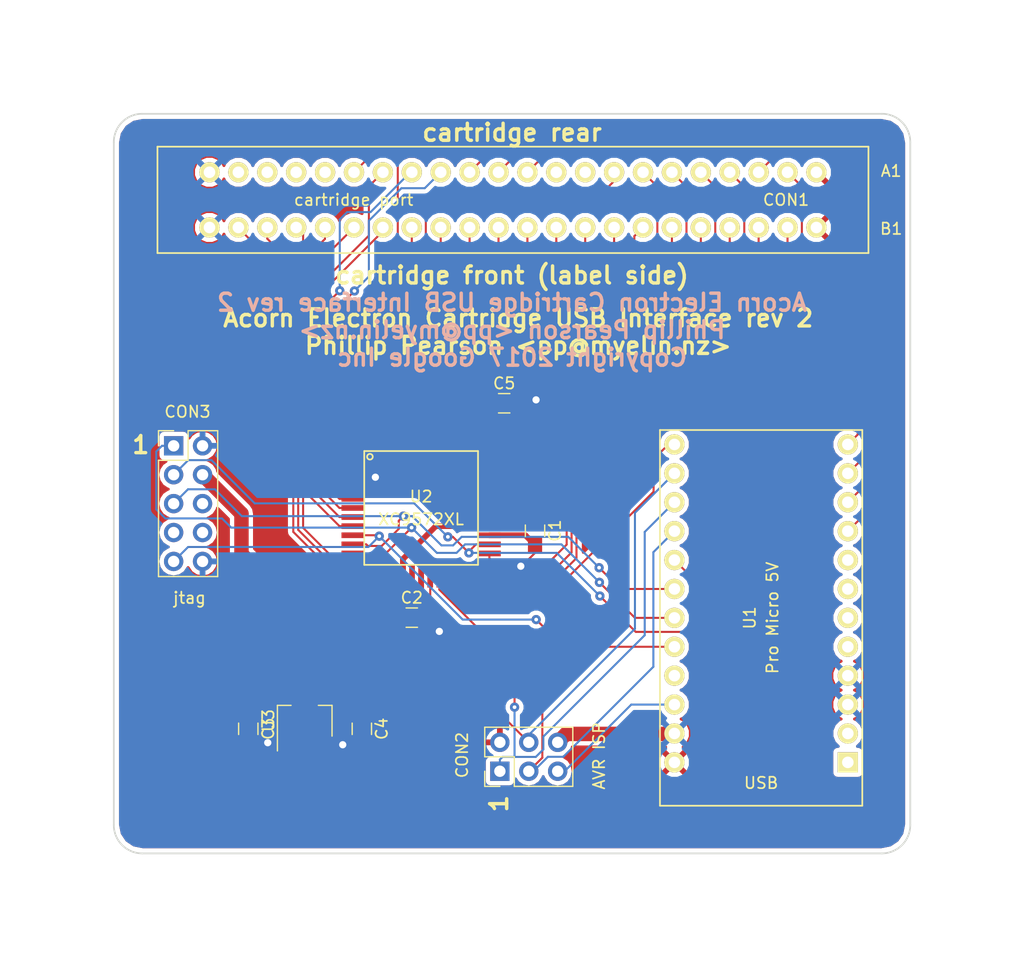
<source format=kicad_pcb>
(kicad_pcb (version 4) (host pcbnew 4.0.6)

  (general
    (links 82)
    (no_connects 0)
    (area 129.924999 49.924999 200.075001 115.075001)
    (thickness 1.6)
    (drawings 14)
    (tracks 384)
    (zones 0)
    (modules 11)
    (nets 47)
  )

  (page A4)
  (layers
    (0 F.Cu signal)
    (31 B.Cu signal)
    (32 B.Adhes user)
    (33 F.Adhes user)
    (34 B.Paste user)
    (35 F.Paste user)
    (36 B.SilkS user)
    (37 F.SilkS user)
    (38 B.Mask user)
    (39 F.Mask user)
    (40 Dwgs.User user)
    (41 Cmts.User user)
    (42 Eco1.User user)
    (43 Eco2.User user)
    (44 Edge.Cuts user)
    (45 Margin user)
    (46 B.CrtYd user)
    (47 F.CrtYd user)
    (48 B.Fab user)
    (49 F.Fab user)
  )

  (setup
    (last_trace_width 0.1778)
    (user_trace_width 0.1778)
    (user_trace_width 0.254)
    (user_trace_width 0.508)
    (user_trace_width 0.762)
    (user_trace_width 1.016)
    (user_trace_width 1.27)
    (trace_clearance 0.254)
    (zone_clearance 0.381)
    (zone_45_only no)
    (trace_min 0.1778)
    (segment_width 0.2)
    (edge_width 0.15)
    (via_size 0.8128)
    (via_drill 0.3302)
    (via_min_size 0.8128)
    (via_min_drill 0.3302)
    (user_via 0.8128 0.3302)
    (user_via 1.016 0.635)
    (uvia_size 0.3)
    (uvia_drill 0.1)
    (uvias_allowed no)
    (uvia_min_size 0.2)
    (uvia_min_drill 0.1)
    (pcb_text_width 0.3)
    (pcb_text_size 1.5 1.5)
    (mod_edge_width 0.15)
    (mod_text_size 1 1)
    (mod_text_width 0.15)
    (pad_size 1.524 1.524)
    (pad_drill 0.762)
    (pad_to_mask_clearance 0.2)
    (aux_axis_origin 0 0)
    (visible_elements FFFFFF7F)
    (pcbplotparams
      (layerselection 0x010fc_80000001)
      (usegerberextensions true)
      (excludeedgelayer true)
      (linewidth 0.100000)
      (plotframeref false)
      (viasonmask false)
      (mode 1)
      (useauxorigin false)
      (hpglpennumber 1)
      (hpglpenspeed 20)
      (hpglpendiameter 15)
      (hpglpenoverlay 2)
      (psnegative false)
      (psa4output false)
      (plotreference true)
      (plotvalue true)
      (plotinvisibletext false)
      (padsonsilk false)
      (subtractmaskfromsilk false)
      (outputformat 1)
      (mirror false)
      (drillshape 0)
      (scaleselection 1)
      (outputdirectory gerbers/))
  )

  (net 0 "")
  (net 1 3V3)
  (net 2 GND)
  (net 3 5V)
  (net 4 cart_nOE)
  (net 5 cart_A10)
  (net 6 cart_nRST)
  (net 7 cart_D3)
  (net 8 cart_RnW)
  (net 9 cart_A11)
  (net 10 cart_A8)
  (net 11 cart_A9)
  (net 12 cart_A13)
  (net 13 cart_D7)
  (net 14 cart_A12)
  (net 15 cart_D6)
  (net 16 cart_PHI0)
  (net 17 cart_D5)
  (net 18 cart_D4)
  (net 19 cart_nOE2)
  (net 20 cart_D2)
  (net 21 cart_A7)
  (net 22 cart_D1)
  (net 23 cart_A6)
  (net 24 cart_A5)
  (net 25 cart_nINFC)
  (net 26 cart_A4)
  (net 27 cart_nINFD)
  (net 28 cart_A3)
  (net 29 cart_ROMQA)
  (net 30 cart_A2)
  (net 31 cart_16MHZ)
  (net 32 cart_A1)
  (net 33 cart_A0)
  (net 34 cart_D0)
  (net 35 cpld_TDI)
  (net 36 cpld_TMS)
  (net 37 cpld_TCK)
  (net 38 cpld_TDO)
  (net 39 avr_MISO)
  (net 40 avr_SCK)
  (net 41 avr_MOSI)
  (net 42 avr_RST)
  (net 43 cpld_SS)
  (net 44 cart_nRDY)
  (net 45 cart_nNMI)
  (net 46 cart_nIRQ)

  (net_class Default "This is the default net class."
    (clearance 0.254)
    (trace_width 0.1778)
    (via_dia 0.8128)
    (via_drill 0.3302)
    (uvia_dia 0.3)
    (uvia_drill 0.1)
    (add_net 3V3)
    (add_net 5V)
    (add_net GND)
    (add_net avr_MISO)
    (add_net avr_MOSI)
    (add_net avr_RST)
    (add_net avr_SCK)
    (add_net cart_16MHZ)
    (add_net cart_A0)
    (add_net cart_A1)
    (add_net cart_A10)
    (add_net cart_A11)
    (add_net cart_A12)
    (add_net cart_A13)
    (add_net cart_A2)
    (add_net cart_A3)
    (add_net cart_A4)
    (add_net cart_A5)
    (add_net cart_A6)
    (add_net cart_A7)
    (add_net cart_A8)
    (add_net cart_A9)
    (add_net cart_D0)
    (add_net cart_D1)
    (add_net cart_D2)
    (add_net cart_D3)
    (add_net cart_D4)
    (add_net cart_D5)
    (add_net cart_D6)
    (add_net cart_D7)
    (add_net cart_PHI0)
    (add_net cart_ROMQA)
    (add_net cart_RnW)
    (add_net cart_nINFC)
    (add_net cart_nINFD)
    (add_net cart_nIRQ)
    (add_net cart_nNMI)
    (add_net cart_nOE)
    (add_net cart_nOE2)
    (add_net cart_nRDY)
    (add_net cart_nRST)
    (add_net cpld_SS)
    (add_net cpld_TCK)
    (add_net cpld_TDI)
    (add_net cpld_TDO)
    (add_net cpld_TMS)
  )

  (module Capacitors_SMD:C_0805_HandSoldering (layer F.Cu) (tedit 58AA84A8) (tstamp 58DC8A46)
    (at 167.02 86.64 270)
    (descr "Capacitor SMD 0805, hand soldering")
    (tags "capacitor 0805")
    (attr smd)
    (fp_text reference C1 (at 0 -1.75 270) (layer F.SilkS)
      (effects (font (size 1 1) (thickness 0.15)))
    )
    (fp_text value 100n (at 0 1.75 270) (layer F.Fab)
      (effects (font (size 1 1) (thickness 0.15)))
    )
    (fp_text user %R (at 0 -1.75 270) (layer F.Fab)
      (effects (font (size 1 1) (thickness 0.15)))
    )
    (fp_line (start -1 0.62) (end -1 -0.62) (layer F.Fab) (width 0.1))
    (fp_line (start 1 0.62) (end -1 0.62) (layer F.Fab) (width 0.1))
    (fp_line (start 1 -0.62) (end 1 0.62) (layer F.Fab) (width 0.1))
    (fp_line (start -1 -0.62) (end 1 -0.62) (layer F.Fab) (width 0.1))
    (fp_line (start 0.5 -0.85) (end -0.5 -0.85) (layer F.SilkS) (width 0.12))
    (fp_line (start -0.5 0.85) (end 0.5 0.85) (layer F.SilkS) (width 0.12))
    (fp_line (start -2.25 -0.88) (end 2.25 -0.88) (layer F.CrtYd) (width 0.05))
    (fp_line (start -2.25 -0.88) (end -2.25 0.87) (layer F.CrtYd) (width 0.05))
    (fp_line (start 2.25 0.87) (end 2.25 -0.88) (layer F.CrtYd) (width 0.05))
    (fp_line (start 2.25 0.87) (end -2.25 0.87) (layer F.CrtYd) (width 0.05))
    (pad 1 smd rect (at -1.25 0 270) (size 1.5 1.25) (layers F.Cu F.Paste F.Mask)
      (net 1 3V3))
    (pad 2 smd rect (at 1.25 0 270) (size 1.5 1.25) (layers F.Cu F.Paste F.Mask)
      (net 2 GND))
    (model Capacitors_SMD.3dshapes/C_0805.wrl
      (at (xyz 0 0 0))
      (scale (xyz 1 1 1))
      (rotate (xyz 0 0 0))
    )
  )

  (module Capacitors_SMD:C_0805_HandSoldering (layer F.Cu) (tedit 58AA84A8) (tstamp 58DC8A4C)
    (at 156.19 94.28)
    (descr "Capacitor SMD 0805, hand soldering")
    (tags "capacitor 0805")
    (attr smd)
    (fp_text reference C2 (at 0 -1.75) (layer F.SilkS)
      (effects (font (size 1 1) (thickness 0.15)))
    )
    (fp_text value 100n (at 0 1.75) (layer F.Fab)
      (effects (font (size 1 1) (thickness 0.15)))
    )
    (fp_text user %R (at 0 -1.75) (layer F.Fab)
      (effects (font (size 1 1) (thickness 0.15)))
    )
    (fp_line (start -1 0.62) (end -1 -0.62) (layer F.Fab) (width 0.1))
    (fp_line (start 1 0.62) (end -1 0.62) (layer F.Fab) (width 0.1))
    (fp_line (start 1 -0.62) (end 1 0.62) (layer F.Fab) (width 0.1))
    (fp_line (start -1 -0.62) (end 1 -0.62) (layer F.Fab) (width 0.1))
    (fp_line (start 0.5 -0.85) (end -0.5 -0.85) (layer F.SilkS) (width 0.12))
    (fp_line (start -0.5 0.85) (end 0.5 0.85) (layer F.SilkS) (width 0.12))
    (fp_line (start -2.25 -0.88) (end 2.25 -0.88) (layer F.CrtYd) (width 0.05))
    (fp_line (start -2.25 -0.88) (end -2.25 0.87) (layer F.CrtYd) (width 0.05))
    (fp_line (start 2.25 0.87) (end 2.25 -0.88) (layer F.CrtYd) (width 0.05))
    (fp_line (start 2.25 0.87) (end -2.25 0.87) (layer F.CrtYd) (width 0.05))
    (pad 1 smd rect (at -1.25 0) (size 1.5 1.25) (layers F.Cu F.Paste F.Mask)
      (net 1 3V3))
    (pad 2 smd rect (at 1.25 0) (size 1.5 1.25) (layers F.Cu F.Paste F.Mask)
      (net 2 GND))
    (model Capacitors_SMD.3dshapes/C_0805.wrl
      (at (xyz 0 0 0))
      (scale (xyz 1 1 1))
      (rotate (xyz 0 0 0))
    )
  )

  (module Capacitors_SMD:C_0805_HandSoldering (layer F.Cu) (tedit 58AA84A8) (tstamp 58DC8A52)
    (at 141.82 104.05 270)
    (descr "Capacitor SMD 0805, hand soldering")
    (tags "capacitor 0805")
    (attr smd)
    (fp_text reference C3 (at 0 -1.75 270) (layer F.SilkS)
      (effects (font (size 1 1) (thickness 0.15)))
    )
    (fp_text value 1u (at 0 1.75 270) (layer F.Fab)
      (effects (font (size 1 1) (thickness 0.15)))
    )
    (fp_text user %R (at 0 -1.75 270) (layer F.Fab)
      (effects (font (size 1 1) (thickness 0.15)))
    )
    (fp_line (start -1 0.62) (end -1 -0.62) (layer F.Fab) (width 0.1))
    (fp_line (start 1 0.62) (end -1 0.62) (layer F.Fab) (width 0.1))
    (fp_line (start 1 -0.62) (end 1 0.62) (layer F.Fab) (width 0.1))
    (fp_line (start -1 -0.62) (end 1 -0.62) (layer F.Fab) (width 0.1))
    (fp_line (start 0.5 -0.85) (end -0.5 -0.85) (layer F.SilkS) (width 0.12))
    (fp_line (start -0.5 0.85) (end 0.5 0.85) (layer F.SilkS) (width 0.12))
    (fp_line (start -2.25 -0.88) (end 2.25 -0.88) (layer F.CrtYd) (width 0.05))
    (fp_line (start -2.25 -0.88) (end -2.25 0.87) (layer F.CrtYd) (width 0.05))
    (fp_line (start 2.25 0.87) (end 2.25 -0.88) (layer F.CrtYd) (width 0.05))
    (fp_line (start 2.25 0.87) (end -2.25 0.87) (layer F.CrtYd) (width 0.05))
    (pad 1 smd rect (at -1.25 0 270) (size 1.5 1.25) (layers F.Cu F.Paste F.Mask)
      (net 3 5V))
    (pad 2 smd rect (at 1.25 0 270) (size 1.5 1.25) (layers F.Cu F.Paste F.Mask)
      (net 2 GND))
    (model Capacitors_SMD.3dshapes/C_0805.wrl
      (at (xyz 0 0 0))
      (scale (xyz 1 1 1))
      (rotate (xyz 0 0 0))
    )
  )

  (module Capacitors_SMD:C_0805_HandSoldering (layer F.Cu) (tedit 58AA84A8) (tstamp 58DC8A58)
    (at 151.8 104.05 270)
    (descr "Capacitor SMD 0805, hand soldering")
    (tags "capacitor 0805")
    (attr smd)
    (fp_text reference C4 (at 0 -1.75 270) (layer F.SilkS)
      (effects (font (size 1 1) (thickness 0.15)))
    )
    (fp_text value 1u (at 0 1.75 270) (layer F.Fab)
      (effects (font (size 1 1) (thickness 0.15)))
    )
    (fp_text user %R (at 0 -1.75 270) (layer F.Fab)
      (effects (font (size 1 1) (thickness 0.15)))
    )
    (fp_line (start -1 0.62) (end -1 -0.62) (layer F.Fab) (width 0.1))
    (fp_line (start 1 0.62) (end -1 0.62) (layer F.Fab) (width 0.1))
    (fp_line (start 1 -0.62) (end 1 0.62) (layer F.Fab) (width 0.1))
    (fp_line (start -1 -0.62) (end 1 -0.62) (layer F.Fab) (width 0.1))
    (fp_line (start 0.5 -0.85) (end -0.5 -0.85) (layer F.SilkS) (width 0.12))
    (fp_line (start -0.5 0.85) (end 0.5 0.85) (layer F.SilkS) (width 0.12))
    (fp_line (start -2.25 -0.88) (end 2.25 -0.88) (layer F.CrtYd) (width 0.05))
    (fp_line (start -2.25 -0.88) (end -2.25 0.87) (layer F.CrtYd) (width 0.05))
    (fp_line (start 2.25 0.87) (end 2.25 -0.88) (layer F.CrtYd) (width 0.05))
    (fp_line (start 2.25 0.87) (end -2.25 0.87) (layer F.CrtYd) (width 0.05))
    (pad 1 smd rect (at -1.25 0 270) (size 1.5 1.25) (layers F.Cu F.Paste F.Mask)
      (net 1 3V3))
    (pad 2 smd rect (at 1.25 0 270) (size 1.5 1.25) (layers F.Cu F.Paste F.Mask)
      (net 2 GND))
    (model Capacitors_SMD.3dshapes/C_0805.wrl
      (at (xyz 0 0 0))
      (scale (xyz 1 1 1))
      (rotate (xyz 0 0 0))
    )
  )

  (module Pin_Headers:Pin_Header_Straight_2x03_Pitch2.54mm (layer F.Cu) (tedit 58DC9431) (tstamp 58DC97F1)
    (at 163.93 107.78 90)
    (descr "Through hole straight pin header, 2x03, 2.54mm pitch, double rows")
    (tags "Through hole pin header THT 2x03 2.54mm double row")
    (fp_text reference CON2 (at 1.42 -3.32 90) (layer F.SilkS)
      (effects (font (size 1 1) (thickness 0.15)))
    )
    (fp_text value "AVR ISP" (at 1.35 8.72 90) (layer F.SilkS)
      (effects (font (size 1 1) (thickness 0.15)))
    )
    (fp_line (start -1.27 -1.27) (end -1.27 6.35) (layer F.Fab) (width 0.1))
    (fp_line (start -1.27 6.35) (end 3.81 6.35) (layer F.Fab) (width 0.1))
    (fp_line (start 3.81 6.35) (end 3.81 -1.27) (layer F.Fab) (width 0.1))
    (fp_line (start 3.81 -1.27) (end -1.27 -1.27) (layer F.Fab) (width 0.1))
    (fp_line (start -1.33 1.27) (end -1.33 6.41) (layer F.SilkS) (width 0.12))
    (fp_line (start -1.33 6.41) (end 3.87 6.41) (layer F.SilkS) (width 0.12))
    (fp_line (start 3.87 6.41) (end 3.87 -1.33) (layer F.SilkS) (width 0.12))
    (fp_line (start 3.87 -1.33) (end 1.27 -1.33) (layer F.SilkS) (width 0.12))
    (fp_line (start 1.27 -1.33) (end 1.27 1.27) (layer F.SilkS) (width 0.12))
    (fp_line (start 1.27 1.27) (end -1.33 1.27) (layer F.SilkS) (width 0.12))
    (fp_line (start -1.33 0) (end -1.33 -1.33) (layer F.SilkS) (width 0.12))
    (fp_line (start -1.33 -1.33) (end 0 -1.33) (layer F.SilkS) (width 0.12))
    (fp_line (start -1.8 -1.8) (end -1.8 6.85) (layer F.CrtYd) (width 0.05))
    (fp_line (start -1.8 6.85) (end 4.35 6.85) (layer F.CrtYd) (width 0.05))
    (fp_line (start 4.35 6.85) (end 4.35 -1.8) (layer F.CrtYd) (width 0.05))
    (fp_line (start 4.35 -1.8) (end -1.8 -1.8) (layer F.CrtYd) (width 0.05))
    (fp_text user %R (at 1.27 -2.33 90) (layer F.Fab) hide
      (effects (font (size 1 1) (thickness 0.15)))
    )
    (pad 1 thru_hole rect (at 0 0 90) (size 1.7 1.7) (drill 1) (layers *.Cu *.Mask)
      (net 39 avr_MISO))
    (pad 2 thru_hole oval (at 2.54 0 90) (size 1.7 1.7) (drill 1) (layers *.Cu *.Mask)
      (net 3 5V))
    (pad 3 thru_hole oval (at 0 2.54 90) (size 1.7 1.7) (drill 1) (layers *.Cu *.Mask)
      (net 40 avr_SCK))
    (pad 4 thru_hole oval (at 2.54 2.54 90) (size 1.7 1.7) (drill 1) (layers *.Cu *.Mask)
      (net 41 avr_MOSI))
    (pad 5 thru_hole oval (at 0 5.08 90) (size 1.7 1.7) (drill 1) (layers *.Cu *.Mask)
      (net 42 avr_RST))
    (pad 6 thru_hole oval (at 2.54 5.08 90) (size 1.7 1.7) (drill 1) (layers *.Cu *.Mask)
      (net 2 GND))
    (model ${KISYS3DMOD}/Pin_Headers.3dshapes/Pin_Header_Straight_2x03_Pitch2.54mm.wrl
      (at (xyz 0.05 -0.1 0))
      (scale (xyz 1 1 1))
      (rotate (xyz 0 0 90))
    )
  )

  (module Pin_Headers:Pin_Header_Straight_2x05_Pitch2.54mm (layer F.Cu) (tedit 58DE13CC) (tstamp 58DDD393)
    (at 135.26 79.18)
    (descr "Through hole straight pin header, 2x05, 2.54mm pitch, double rows")
    (tags "Through hole pin header THT 2x05 2.54mm double row")
    (fp_text reference CON3 (at 1.22 -2.99) (layer F.SilkS)
      (effects (font (size 1 1) (thickness 0.15)))
    )
    (fp_text value jtag (at 1.39 13.36) (layer F.SilkS)
      (effects (font (size 1 1) (thickness 0.15)))
    )
    (fp_line (start -1.27 -1.27) (end -1.27 11.43) (layer F.Fab) (width 0.1))
    (fp_line (start -1.27 11.43) (end 3.81 11.43) (layer F.Fab) (width 0.1))
    (fp_line (start 3.81 11.43) (end 3.81 -1.27) (layer F.Fab) (width 0.1))
    (fp_line (start 3.81 -1.27) (end -1.27 -1.27) (layer F.Fab) (width 0.1))
    (fp_line (start -1.33 1.27) (end -1.33 11.49) (layer F.SilkS) (width 0.12))
    (fp_line (start -1.33 11.49) (end 3.87 11.49) (layer F.SilkS) (width 0.12))
    (fp_line (start 3.87 11.49) (end 3.87 -1.33) (layer F.SilkS) (width 0.12))
    (fp_line (start 3.87 -1.33) (end 1.27 -1.33) (layer F.SilkS) (width 0.12))
    (fp_line (start 1.27 -1.33) (end 1.27 1.27) (layer F.SilkS) (width 0.12))
    (fp_line (start 1.27 1.27) (end -1.33 1.27) (layer F.SilkS) (width 0.12))
    (fp_line (start -1.33 0) (end -1.33 -1.33) (layer F.SilkS) (width 0.12))
    (fp_line (start -1.33 -1.33) (end 0 -1.33) (layer F.SilkS) (width 0.12))
    (fp_line (start -1.8 -1.8) (end -1.8 11.95) (layer F.CrtYd) (width 0.05))
    (fp_line (start -1.8 11.95) (end 4.35 11.95) (layer F.CrtYd) (width 0.05))
    (fp_line (start 4.35 11.95) (end 4.35 -1.8) (layer F.CrtYd) (width 0.05))
    (fp_line (start 4.35 -1.8) (end -1.8 -1.8) (layer F.CrtYd) (width 0.05))
    (fp_text user %R (at 1.27 -2.33) (layer F.Fab)
      (effects (font (size 1 1) (thickness 0.15)))
    )
    (pad 1 thru_hole rect (at 0 0) (size 1.7 1.7) (drill 1) (layers *.Cu *.Mask)
      (net 37 cpld_TCK))
    (pad 2 thru_hole oval (at 2.54 0) (size 1.7 1.7) (drill 1) (layers *.Cu *.Mask)
      (net 2 GND))
    (pad 3 thru_hole oval (at 0 2.54) (size 1.7 1.7) (drill 1) (layers *.Cu *.Mask)
      (net 38 cpld_TDO))
    (pad 4 thru_hole oval (at 2.54 2.54) (size 1.7 1.7) (drill 1) (layers *.Cu *.Mask)
      (net 1 3V3))
    (pad 5 thru_hole oval (at 0 5.08) (size 1.7 1.7) (drill 1) (layers *.Cu *.Mask)
      (net 36 cpld_TMS))
    (pad 6 thru_hole oval (at 2.54 5.08) (size 1.7 1.7) (drill 1) (layers *.Cu *.Mask))
    (pad 7 thru_hole oval (at 0 7.62) (size 1.7 1.7) (drill 1) (layers *.Cu *.Mask))
    (pad 8 thru_hole oval (at 2.54 7.62) (size 1.7 1.7) (drill 1) (layers *.Cu *.Mask))
    (pad 9 thru_hole oval (at 0 10.16) (size 1.7 1.7) (drill 1) (layers *.Cu *.Mask)
      (net 35 cpld_TDI))
    (pad 10 thru_hole oval (at 2.54 10.16) (size 1.7 1.7) (drill 1) (layers *.Cu *.Mask)
      (net 2 GND))
    (model ${KISYS3DMOD}/Pin_Headers.3dshapes/Pin_Header_Straight_2x05_Pitch2.54mm.wrl
      (at (xyz 0.05 -0.2 0))
      (scale (xyz 1 1 1))
      (rotate (xyz 0 0 90))
    )
  )

  (module Capacitors_SMD:C_0805_HandSoldering (layer F.Cu) (tedit 58AA84A8) (tstamp 58EB0186)
    (at 164.31 75.44)
    (descr "Capacitor SMD 0805, hand soldering")
    (tags "capacitor 0805")
    (attr smd)
    (fp_text reference C5 (at 0 -1.75) (layer F.SilkS)
      (effects (font (size 1 1) (thickness 0.15)))
    )
    (fp_text value 100n (at 0 1.75) (layer F.Fab)
      (effects (font (size 1 1) (thickness 0.15)))
    )
    (fp_text user %R (at 0 -1.75) (layer F.Fab)
      (effects (font (size 1 1) (thickness 0.15)))
    )
    (fp_line (start -1 0.62) (end -1 -0.62) (layer F.Fab) (width 0.1))
    (fp_line (start 1 0.62) (end -1 0.62) (layer F.Fab) (width 0.1))
    (fp_line (start 1 -0.62) (end 1 0.62) (layer F.Fab) (width 0.1))
    (fp_line (start -1 -0.62) (end 1 -0.62) (layer F.Fab) (width 0.1))
    (fp_line (start 0.5 -0.85) (end -0.5 -0.85) (layer F.SilkS) (width 0.12))
    (fp_line (start -0.5 0.85) (end 0.5 0.85) (layer F.SilkS) (width 0.12))
    (fp_line (start -2.25 -0.88) (end 2.25 -0.88) (layer F.CrtYd) (width 0.05))
    (fp_line (start -2.25 -0.88) (end -2.25 0.87) (layer F.CrtYd) (width 0.05))
    (fp_line (start 2.25 0.87) (end 2.25 -0.88) (layer F.CrtYd) (width 0.05))
    (fp_line (start 2.25 0.87) (end -2.25 0.87) (layer F.CrtYd) (width 0.05))
    (pad 1 smd rect (at -1.25 0) (size 1.5 1.25) (layers F.Cu F.Paste F.Mask)
      (net 1 3V3))
    (pad 2 smd rect (at 1.25 0) (size 1.5 1.25) (layers F.Cu F.Paste F.Mask)
      (net 2 GND))
    (model Capacitors_SMD.3dshapes/C_0805.wrl
      (at (xyz 0 0 0))
      (scale (xyz 1 1 1))
      (rotate (xyz 0 0 0))
    )
  )

  (module myelin-kicad:acorn_electron_cartridge_socket (layer F.Cu) (tedit 0) (tstamp 58DC8A8E)
    (at 165.08 57.5657)
    (descr "AMP-5530843-4 used as Acorn Electron cartridge socket")
    (fp_text reference CON1 (at 24 0) (layer F.SilkS)
      (effects (font (size 1 1) (thickness 0.15)))
    )
    (fp_text value "cartridge port" (at -14 0) (layer F.SilkS)
      (effects (font (size 1 1) (thickness 0.15)))
    )
    (fp_line (start -31.242 -4.6736) (end -31.242 4.6736) (layer F.SilkS) (width 0.15))
    (fp_line (start -31.242 4.6736) (end 31.242 4.6736) (layer F.SilkS) (width 0.15))
    (fp_line (start 31.242 4.6736) (end 31.242 -4.6736) (layer F.SilkS) (width 0.15))
    (fp_line (start 31.242 -4.6736) (end -31.242 -4.6736) (layer F.SilkS) (width 0.15))
    (fp_text user A1 (at 33.242 -2.54) (layer F.SilkS)
      (effects (font (size 1 1) (thickness 0.15)))
    )
    (fp_text user B1 (at 33.242 2.54) (layer F.SilkS)
      (effects (font (size 1 1) (thickness 0.15)))
    )
    (pad A1 thru_hole circle (at 26.67 -2.4257) (size 1.778 1.778) (drill 1.016) (layers *.Cu *.Mask F.SilkS)
      (net 3 5V))
    (pad B1 thru_hole circle (at 26.67 2.4257) (size 1.778 1.778) (drill 1.016) (layers *.Cu *.Mask F.SilkS)
      (net 3 5V))
    (pad A2 thru_hole circle (at 24.13 -2.4257) (size 1.778 1.778) (drill 1.016) (layers *.Cu *.Mask F.SilkS)
      (net 4 cart_nOE))
    (pad B2 thru_hole circle (at 24.13 2.4257) (size 1.778 1.778) (drill 1.016) (layers *.Cu *.Mask F.SilkS)
      (net 5 cart_A10))
    (pad A3 thru_hole circle (at 21.59 -2.4257) (size 1.778 1.778) (drill 1.016) (layers *.Cu *.Mask F.SilkS)
      (net 6 cart_nRST))
    (pad B3 thru_hole circle (at 21.59 2.4257) (size 1.778 1.778) (drill 1.016) (layers *.Cu *.Mask F.SilkS)
      (net 7 cart_D3))
    (pad A4 thru_hole circle (at 19.05 -2.4257) (size 1.778 1.778) (drill 1.016) (layers *.Cu *.Mask F.SilkS)
      (net 8 cart_RnW))
    (pad B4 thru_hole circle (at 19.05 2.4257) (size 1.778 1.778) (drill 1.016) (layers *.Cu *.Mask F.SilkS)
      (net 9 cart_A11))
    (pad A5 thru_hole circle (at 16.51 -2.4257) (size 1.778 1.778) (drill 1.016) (layers *.Cu *.Mask F.SilkS)
      (net 10 cart_A8))
    (pad B5 thru_hole circle (at 16.51 2.4257) (size 1.778 1.778) (drill 1.016) (layers *.Cu *.Mask F.SilkS)
      (net 11 cart_A9))
    (pad A6 thru_hole circle (at 13.97 -2.4257) (size 1.778 1.778) (drill 1.016) (layers *.Cu *.Mask F.SilkS)
      (net 12 cart_A13))
    (pad B6 thru_hole circle (at 13.97 2.4257) (size 1.778 1.778) (drill 1.016) (layers *.Cu *.Mask F.SilkS)
      (net 13 cart_D7))
    (pad A7 thru_hole circle (at 11.43 -2.4257) (size 1.778 1.778) (drill 1.016) (layers *.Cu *.Mask F.SilkS)
      (net 14 cart_A12))
    (pad B7 thru_hole circle (at 11.43 2.4257) (size 1.778 1.778) (drill 1.016) (layers *.Cu *.Mask F.SilkS)
      (net 15 cart_D6))
    (pad A8 thru_hole circle (at 8.89 -2.4257) (size 1.778 1.778) (drill 1.016) (layers *.Cu *.Mask F.SilkS)
      (net 16 cart_PHI0))
    (pad B8 thru_hole circle (at 8.89 2.4257) (size 1.778 1.778) (drill 1.016) (layers *.Cu *.Mask F.SilkS)
      (net 17 cart_D5))
    (pad A9 thru_hole circle (at 6.35 -2.4257) (size 1.778 1.778) (drill 1.016) (layers *.Cu *.Mask F.SilkS))
    (pad B9 thru_hole circle (at 6.35 2.4257) (size 1.778 1.778) (drill 1.016) (layers *.Cu *.Mask F.SilkS)
      (net 18 cart_D4))
    (pad A10 thru_hole circle (at 3.81 -2.4257) (size 1.778 1.778) (drill 1.016) (layers *.Cu *.Mask F.SilkS))
    (pad B10 thru_hole circle (at 3.81 2.4257) (size 1.778 1.778) (drill 1.016) (layers *.Cu *.Mask F.SilkS)
      (net 19 cart_nOE2))
    (pad A11 thru_hole circle (at 1.27 -2.4257) (size 1.778 1.778) (drill 1.016) (layers *.Cu *.Mask F.SilkS)
      (net 44 cart_nRDY))
    (pad B11 thru_hole circle (at 1.27 2.4257) (size 1.778 1.778) (drill 1.016) (layers *.Cu *.Mask F.SilkS)
      (net 21 cart_A7))
    (pad A12 thru_hole circle (at -1.27 -2.4257) (size 1.778 1.778) (drill 1.016) (layers *.Cu *.Mask F.SilkS)
      (net 45 cart_nNMI))
    (pad B12 thru_hole circle (at -1.27 2.4257) (size 1.778 1.778) (drill 1.016) (layers *.Cu *.Mask F.SilkS)
      (net 23 cart_A6))
    (pad A13 thru_hole circle (at -3.81 -2.4257) (size 1.778 1.778) (drill 1.016) (layers *.Cu *.Mask F.SilkS)
      (net 46 cart_nIRQ))
    (pad B13 thru_hole circle (at -3.81 2.4257) (size 1.778 1.778) (drill 1.016) (layers *.Cu *.Mask F.SilkS)
      (net 24 cart_A5))
    (pad A14 thru_hole circle (at -6.35 -2.4257) (size 1.778 1.778) (drill 1.016) (layers *.Cu *.Mask F.SilkS)
      (net 25 cart_nINFC))
    (pad B14 thru_hole circle (at -6.35 2.4257) (size 1.778 1.778) (drill 1.016) (layers *.Cu *.Mask F.SilkS)
      (net 26 cart_A4))
    (pad A15 thru_hole circle (at -8.89 -2.4257) (size 1.778 1.778) (drill 1.016) (layers *.Cu *.Mask F.SilkS)
      (net 27 cart_nINFD))
    (pad B15 thru_hole circle (at -8.89 2.4257) (size 1.778 1.778) (drill 1.016) (layers *.Cu *.Mask F.SilkS)
      (net 28 cart_A3))
    (pad A16 thru_hole circle (at -11.43 -2.4257) (size 1.778 1.778) (drill 1.016) (layers *.Cu *.Mask F.SilkS)
      (net 29 cart_ROMQA))
    (pad B16 thru_hole circle (at -11.43 2.4257) (size 1.778 1.778) (drill 1.016) (layers *.Cu *.Mask F.SilkS)
      (net 30 cart_A2))
    (pad A17 thru_hole circle (at -13.97 -2.4257) (size 1.778 1.778) (drill 1.016) (layers *.Cu *.Mask F.SilkS)
      (net 31 cart_16MHZ))
    (pad B17 thru_hole circle (at -13.97 2.4257) (size 1.778 1.778) (drill 1.016) (layers *.Cu *.Mask F.SilkS)
      (net 32 cart_A1))
    (pad A18 thru_hole circle (at -16.51 -2.4257) (size 1.778 1.778) (drill 1.016) (layers *.Cu *.Mask F.SilkS))
    (pad B18 thru_hole circle (at -16.51 2.4257) (size 1.778 1.778) (drill 1.016) (layers *.Cu *.Mask F.SilkS)
      (net 33 cart_A0))
    (pad A19 thru_hole circle (at -19.05 -2.4257) (size 1.778 1.778) (drill 1.016) (layers *.Cu *.Mask F.SilkS))
    (pad B19 thru_hole circle (at -19.05 2.4257) (size 1.778 1.778) (drill 1.016) (layers *.Cu *.Mask F.SilkS)
      (net 34 cart_D0))
    (pad A20 thru_hole circle (at -21.59 -2.4257) (size 1.778 1.778) (drill 1.016) (layers *.Cu *.Mask F.SilkS))
    (pad B20 thru_hole circle (at -21.59 2.4257) (size 1.778 1.778) (drill 1.016) (layers *.Cu *.Mask F.SilkS)
      (net 20 cart_D2))
    (pad A21 thru_hole circle (at -24.13 -2.4257) (size 1.778 1.778) (drill 1.016) (layers *.Cu *.Mask F.SilkS))
    (pad B21 thru_hole circle (at -24.13 2.4257) (size 1.778 1.778) (drill 1.016) (layers *.Cu *.Mask F.SilkS)
      (net 22 cart_D1))
    (pad A22 thru_hole circle (at -26.67 -2.4257) (size 1.778 1.778) (drill 1.016) (layers *.Cu *.Mask F.SilkS)
      (net 2 GND))
    (pad B22 thru_hole circle (at -26.67 2.4257) (size 1.778 1.778) (drill 1.016) (layers *.Cu *.Mask F.SilkS)
      (net 2 GND))
  )

  (module myelin-kicad:xilinx_vqg44 (layer F.Cu) (tedit 0) (tstamp 58DC8AE3)
    (at 157.01 84.64)
    (descr "Xilinx VQG44 - 10x10mm VQFP 0.8mm pitch - https://www.xilinx.com/support/documentation/package_specs/vq44.pdf")
    (fp_text reference U2 (at 0 -1) (layer F.SilkS)
      (effects (font (size 1 1) (thickness 0.15)))
    )
    (fp_text value XC9572XL (at 0 1) (layer F.SilkS)
      (effects (font (size 1 1) (thickness 0.15)))
    )
    (fp_line (start -5 -5) (end -5 5) (layer F.SilkS) (width 0.15))
    (fp_line (start -5 5) (end 5 5) (layer F.SilkS) (width 0.15))
    (fp_line (start 5 5) (end 5 -5) (layer F.SilkS) (width 0.15))
    (fp_line (start 5 -5) (end -5 -5) (layer F.SilkS) (width 0.15))
    (fp_circle (center -4.5 -4.5) (end -4.5 -4.25) (layer F.SilkS) (width 0.15))
    (pad 1 smd rect (at -6 -4) (size 2 0.5) (layers F.Cu F.Paste F.Mask)
      (net 31 cart_16MHZ))
    (pad 2 smd rect (at -6 -3.2) (size 2 0.5) (layers F.Cu F.Paste F.Mask)
      (net 25 cart_nINFC))
    (pad 3 smd rect (at -6 -2.4) (size 2 0.5) (layers F.Cu F.Paste F.Mask)
      (net 27 cart_nINFD))
    (pad 4 smd rect (at -6 -1.6) (size 2 0.5) (layers F.Cu F.Paste F.Mask)
      (net 2 GND))
    (pad 5 smd rect (at -6 -0.8) (size 2 0.5) (layers F.Cu F.Paste F.Mask)
      (net 30 cart_A2))
    (pad 6 smd rect (at -6 0) (size 2 0.5) (layers F.Cu F.Paste F.Mask)
      (net 29 cart_ROMQA))
    (pad 7 smd rect (at -6 0.8) (size 2 0.5) (layers F.Cu F.Paste F.Mask)
      (net 32 cart_A1))
    (pad 8 smd rect (at -6 1.6) (size 2 0.5) (layers F.Cu F.Paste F.Mask)
      (net 33 cart_A0))
    (pad 9 smd rect (at -6 2.4) (size 2 0.5) (layers F.Cu F.Paste F.Mask)
      (net 35 cpld_TDI))
    (pad 10 smd rect (at -6 3.2) (size 2 0.5) (layers F.Cu F.Paste F.Mask)
      (net 36 cpld_TMS))
    (pad 11 smd rect (at -6 4) (size 2 0.5) (layers F.Cu F.Paste F.Mask)
      (net 37 cpld_TCK))
    (pad 12 smd rect (at -4 6) (size 0.5 2) (layers F.Cu F.Paste F.Mask)
      (net 34 cart_D0))
    (pad 13 smd rect (at -3.2 6) (size 0.5 2) (layers F.Cu F.Paste F.Mask)
      (net 20 cart_D2))
    (pad 14 smd rect (at -2.4 6) (size 0.5 2) (layers F.Cu F.Paste F.Mask)
      (net 22 cart_D1))
    (pad 15 smd rect (at -1.6 6) (size 0.5 2) (layers F.Cu F.Paste F.Mask)
      (net 1 3V3))
    (pad 16 smd rect (at -0.8 6) (size 0.5 2) (layers F.Cu F.Paste F.Mask)
      (net 41 avr_MOSI))
    (pad 17 smd rect (at 0 6) (size 0.5 2) (layers F.Cu F.Paste F.Mask)
      (net 2 GND))
    (pad 18 smd rect (at 0.8 6) (size 0.5 2) (layers F.Cu F.Paste F.Mask)
      (net 39 avr_MISO))
    (pad 19 smd rect (at 1.6 6) (size 0.5 2) (layers F.Cu F.Paste F.Mask)
      (net 40 avr_SCK))
    (pad 20 smd rect (at 2.4 6) (size 0.5 2) (layers F.Cu F.Paste F.Mask)
      (net 43 cpld_SS))
    (pad 21 smd rect (at 3.2 6) (size 0.5 2) (layers F.Cu F.Paste F.Mask)
      (net 4 cart_nOE))
    (pad 22 smd rect (at 4 6) (size 0.5 2) (layers F.Cu F.Paste F.Mask)
      (net 5 cart_A10))
    (pad 23 smd rect (at 6 4) (size 2 0.5) (layers F.Cu F.Paste F.Mask)
      (net 7 cart_D3))
    (pad 24 smd rect (at 6 3.2) (size 2 0.5) (layers F.Cu F.Paste F.Mask)
      (net 38 cpld_TDO))
    (pad 25 smd rect (at 6 2.4) (size 2 0.5) (layers F.Cu F.Paste F.Mask)
      (net 2 GND))
    (pad 26 smd rect (at 6 1.6) (size 2 0.5) (layers F.Cu F.Paste F.Mask)
      (net 1 3V3))
    (pad 27 smd rect (at 6 0.8) (size 2 0.5) (layers F.Cu F.Paste F.Mask)
      (net 8 cart_RnW))
    (pad 28 smd rect (at 6 0) (size 2 0.5) (layers F.Cu F.Paste F.Mask)
      (net 9 cart_A11))
    (pad 29 smd rect (at 6 -0.8) (size 2 0.5) (layers F.Cu F.Paste F.Mask)
      (net 10 cart_A8))
    (pad 30 smd rect (at 6 -1.6) (size 2 0.5) (layers F.Cu F.Paste F.Mask)
      (net 11 cart_A9))
    (pad 31 smd rect (at 6 -2.4) (size 2 0.5) (layers F.Cu F.Paste F.Mask)
      (net 12 cart_A13))
    (pad 32 smd rect (at 6 -3.2) (size 2 0.5) (layers F.Cu F.Paste F.Mask)
      (net 13 cart_D7))
    (pad 33 smd rect (at 6 -4) (size 2 0.5) (layers F.Cu F.Paste F.Mask)
      (net 14 cart_A12))
    (pad 34 smd rect (at 4 -6) (size 0.5 2) (layers F.Cu F.Paste F.Mask)
      (net 15 cart_D6))
    (pad 35 smd rect (at 3.2 -6) (size 0.5 2) (layers F.Cu F.Paste F.Mask)
      (net 1 3V3))
    (pad 36 smd rect (at 2.4 -6) (size 0.5 2) (layers F.Cu F.Paste F.Mask)
      (net 17 cart_D5))
    (pad 37 smd rect (at 1.6 -6) (size 0.5 2) (layers F.Cu F.Paste F.Mask)
      (net 18 cart_D4))
    (pad 38 smd rect (at 0.8 -6) (size 0.5 2) (layers F.Cu F.Paste F.Mask)
      (net 19 cart_nOE2))
    (pad 39 smd rect (at 0 -6) (size 0.5 2) (layers F.Cu F.Paste F.Mask)
      (net 21 cart_A7))
    (pad 40 smd rect (at -0.8 -6) (size 0.5 2) (layers F.Cu F.Paste F.Mask)
      (net 23 cart_A6))
    (pad 41 smd rect (at -1.6 -6) (size 0.5 2) (layers F.Cu F.Paste F.Mask)
      (net 24 cart_A5))
    (pad 42 smd rect (at -2.4 -6) (size 0.5 2) (layers F.Cu F.Paste F.Mask)
      (net 26 cart_A4))
    (pad 43 smd rect (at -3.2 -6) (size 0.5 2) (layers F.Cu F.Paste F.Mask)
      (net 16 cart_PHI0))
    (pad 44 smd rect (at -4 -6) (size 0.5 2) (layers F.Cu F.Paste F.Mask)
      (net 28 cart_A3))
  )

  (module myelin-kicad:pro_micro (layer F.Cu) (tedit 0) (tstamp 58DC8AAE)
    (at 186.89 94.3 90)
    (descr "Sparkfun Pro Micro ATMEGA32U4")
    (fp_text reference U1 (at 0 -1 90) (layer F.SilkS)
      (effects (font (size 1 1) (thickness 0.15)))
    )
    (fp_text value "Pro Micro 5V" (at 0 1 90) (layer F.SilkS)
      (effects (font (size 1 1) (thickness 0.15)))
    )
    (fp_line (start -16.51 -8.89) (end -16.51 8.89) (layer F.SilkS) (width 0.15))
    (fp_line (start -16.51 8.89) (end 16.51 8.89) (layer F.SilkS) (width 0.15))
    (fp_line (start 16.51 8.89) (end 16.51 -8.89) (layer F.SilkS) (width 0.15))
    (fp_line (start 16.51 -8.89) (end -16.51 -8.89) (layer F.SilkS) (width 0.15))
    (fp_text user USB (at -14.51 0 180) (layer F.SilkS)
      (effects (font (size 1 1) (thickness 0.15)))
    )
    (pad 24 thru_hole circle (at -12.7 -7.62 90) (size 1.778 1.778) (drill 1.016) (layers *.Cu *.Mask F.SilkS)
      (net 3 5V))
    (pad 1 thru_hole rect (at -12.7 7.62 90) (size 1.778 1.778) (drill 1.016) (layers *.Cu *.Mask F.SilkS))
    (pad 23 thru_hole circle (at -10.16 -7.62 90) (size 1.778 1.778) (drill 1.016) (layers *.Cu *.Mask F.SilkS)
      (net 2 GND))
    (pad 2 thru_hole circle (at -10.16 7.62 90) (size 1.778 1.778) (drill 1.016) (layers *.Cu *.Mask F.SilkS))
    (pad 22 thru_hole circle (at -7.62 -7.62 90) (size 1.778 1.778) (drill 1.016) (layers *.Cu *.Mask F.SilkS)
      (net 42 avr_RST))
    (pad 3 thru_hole circle (at -7.62 7.62 90) (size 1.778 1.778) (drill 1.016) (layers *.Cu *.Mask F.SilkS)
      (net 2 GND))
    (pad 21 thru_hole circle (at -5.08 -7.62 90) (size 1.778 1.778) (drill 1.016) (layers *.Cu *.Mask F.SilkS))
    (pad 4 thru_hole circle (at -5.08 7.62 90) (size 1.778 1.778) (drill 1.016) (layers *.Cu *.Mask F.SilkS)
      (net 2 GND))
    (pad 20 thru_hole circle (at -2.54 -7.62 90) (size 1.778 1.778) (drill 1.016) (layers *.Cu *.Mask F.SilkS)
      (net 35 cpld_TDI))
    (pad 5 thru_hole circle (at -2.54 7.62 90) (size 1.778 1.778) (drill 1.016) (layers *.Cu *.Mask F.SilkS))
    (pad 19 thru_hole circle (at 0 -7.62 90) (size 1.778 1.778) (drill 1.016) (layers *.Cu *.Mask F.SilkS)
      (net 37 cpld_TCK))
    (pad 6 thru_hole circle (at 0 7.62 90) (size 1.778 1.778) (drill 1.016) (layers *.Cu *.Mask F.SilkS))
    (pad 18 thru_hole circle (at 2.54 -7.62 90) (size 1.778 1.778) (drill 1.016) (layers *.Cu *.Mask F.SilkS)
      (net 36 cpld_TMS))
    (pad 7 thru_hole circle (at 2.54 7.62 90) (size 1.778 1.778) (drill 1.016) (layers *.Cu *.Mask F.SilkS))
    (pad 17 thru_hole circle (at 5.08 -7.62 90) (size 1.778 1.778) (drill 1.016) (layers *.Cu *.Mask F.SilkS)
      (net 38 cpld_TDO))
    (pad 8 thru_hole circle (at 5.08 7.62 90) (size 1.778 1.778) (drill 1.016) (layers *.Cu *.Mask F.SilkS))
    (pad 16 thru_hole circle (at 7.62 -7.62 90) (size 1.778 1.778) (drill 1.016) (layers *.Cu *.Mask F.SilkS)
      (net 40 avr_SCK))
    (pad 9 thru_hole circle (at 7.62 7.62 90) (size 1.778 1.778) (drill 1.016) (layers *.Cu *.Mask F.SilkS)
      (net 46 cart_nIRQ))
    (pad 15 thru_hole circle (at 10.16 -7.62 90) (size 1.778 1.778) (drill 1.016) (layers *.Cu *.Mask F.SilkS)
      (net 39 avr_MISO))
    (pad 10 thru_hole circle (at 10.16 7.62 90) (size 1.778 1.778) (drill 1.016) (layers *.Cu *.Mask F.SilkS)
      (net 45 cart_nNMI))
    (pad 14 thru_hole circle (at 12.7 -7.62 90) (size 1.778 1.778) (drill 1.016) (layers *.Cu *.Mask F.SilkS)
      (net 41 avr_MOSI))
    (pad 11 thru_hole circle (at 12.7 7.62 90) (size 1.778 1.778) (drill 1.016) (layers *.Cu *.Mask F.SilkS)
      (net 44 cart_nRDY))
    (pad 13 thru_hole circle (at 15.24 -7.62 90) (size 1.778 1.778) (drill 1.016) (layers *.Cu *.Mask F.SilkS)
      (net 43 cpld_SS))
    (pad 12 thru_hole circle (at 15.24 7.62 90) (size 1.778 1.778) (drill 1.016) (layers *.Cu *.Mask F.SilkS)
      (net 6 cart_nRST))
  )

  (module TO_SOT_Packages_SMD:SOT-89-3 (layer F.Cu) (tedit 591F0203) (tstamp 592263D7)
    (at 146.78 103.77 90)
    (descr SOT-89-3)
    (tags SOT-89-3)
    (attr smd)
    (fp_text reference U3 (at 0.45 -3.2 90) (layer F.SilkS)
      (effects (font (size 1 1) (thickness 0.15)))
    )
    (fp_text value MCP1700T-3302E/MB (at 0.45 3.25 90) (layer F.Fab)
      (effects (font (size 1 1) (thickness 0.15)))
    )
    (fp_text user %R (at 0.38 0 90) (layer F.Fab)
      (effects (font (size 0.6 0.6) (thickness 0.09)))
    )
    (fp_line (start 1.78 1.2) (end 1.78 2.4) (layer F.SilkS) (width 0.12))
    (fp_line (start 1.78 2.4) (end -0.92 2.4) (layer F.SilkS) (width 0.12))
    (fp_line (start -2.22 -2.4) (end 1.78 -2.4) (layer F.SilkS) (width 0.12))
    (fp_line (start 1.78 -2.4) (end 1.78 -1.2) (layer F.SilkS) (width 0.12))
    (fp_line (start -0.92 -1.51) (end -0.13 -2.3) (layer F.Fab) (width 0.1))
    (fp_line (start 1.68 -2.3) (end 1.68 2.3) (layer F.Fab) (width 0.1))
    (fp_line (start 1.68 2.3) (end -0.92 2.3) (layer F.Fab) (width 0.1))
    (fp_line (start -0.92 2.3) (end -0.92 -1.51) (layer F.Fab) (width 0.1))
    (fp_line (start -0.13 -2.3) (end 1.68 -2.3) (layer F.Fab) (width 0.1))
    (fp_line (start 3.23 -2.55) (end 3.23 2.55) (layer F.CrtYd) (width 0.05))
    (fp_line (start 3.23 -2.55) (end -2.48 -2.55) (layer F.CrtYd) (width 0.05))
    (fp_line (start -2.48 2.55) (end 3.23 2.55) (layer F.CrtYd) (width 0.05))
    (fp_line (start -2.48 2.55) (end -2.48 -2.55) (layer F.CrtYd) (width 0.05))
    (pad 2 smd trapezoid (at 2.667 0) (size 1.6 0.85) (rect_delta 0 0.6 ) (layers F.Cu F.Paste F.Mask)
      (net 3 5V))
    (pad 1 smd rect (at -1.48 -1.5) (size 1 1.5) (layers F.Cu F.Paste F.Mask)
      (net 2 GND))
    (pad 2 smd rect (at -1.3335 0) (size 1 1.8) (layers F.Cu F.Paste F.Mask)
      (net 3 5V))
    (pad 3 smd rect (at -1.48 1.5) (size 1 1.5) (layers F.Cu F.Paste F.Mask)
      (net 1 3V3))
    (pad 2 smd rect (at 1.3335 0) (size 2.2 1.84) (layers F.Cu F.Paste F.Mask)
      (net 3 5V))
    (pad 2 smd trapezoid (at -0.0762 0 180) (size 1.5 1) (rect_delta 0 0.7 ) (layers F.Cu F.Paste F.Mask)
      (net 3 5V))
    (model ${KISYS3DMOD}/TO_SOT_Packages_SMD.3dshapes/SOT-89-3.wrl
      (at (xyz 0 0 0))
      (scale (xyz 1 1 1))
      (rotate (xyz 0 0 0))
    )
  )

  (gr_text "Acorn Electron Cartridge USB Interface rev 2\nPhillip Pearson <pp@myelin.nz>\nCopyright 2017 Google Inc" (at 165 69) (layer B.SilkS)
    (effects (font (size 1.5 1.5) (thickness 0.3)) (justify mirror))
  )
  (gr_text 1 (at 163.85 110.63 90) (layer F.SilkS)
    (effects (font (size 1.5 1.5) (thickness 0.3)))
  )
  (gr_text 1 (at 132.37 79.1) (layer F.SilkS)
    (effects (font (size 1.5 1.5) (thickness 0.3)))
  )
  (gr_text "cartridge rear" (at 165 51.65) (layer F.SilkS)
    (effects (font (size 1.5 1.5) (thickness 0.3)))
  )
  (gr_text "cartridge front (label side)" (at 164.99 64.19) (layer F.SilkS)
    (effects (font (size 1.5 1.5) (thickness 0.3)))
  )
  (gr_text "Acorn Electron Cartridge USB Interface rev 2\nPhillip Pearson <pp@myelin.nz>" (at 165.54 69.17) (layer F.SilkS)
    (effects (font (size 1.5 1.5) (thickness 0.3)))
  )
  (gr_arc (start 132.5 52.5) (end 130 52.5) (angle 90) (layer Edge.Cuts) (width 0.15))
  (gr_arc (start 132.5 112.5) (end 132.5 115) (angle 90) (layer Edge.Cuts) (width 0.15))
  (gr_arc (start 197.5 112.5) (end 200 112.5) (angle 90) (layer Edge.Cuts) (width 0.15))
  (gr_arc (start 197.5 52.5) (end 197.5 50) (angle 90) (layer Edge.Cuts) (width 0.15))
  (gr_line (start 132.5 115) (end 197.5 115) (layer Edge.Cuts) (width 0.15))
  (gr_line (start 130 52.5) (end 130 112.5) (layer Edge.Cuts) (width 0.15))
  (gr_line (start 200 52.5) (end 200 112.5) (layer Edge.Cuts) (width 0.15))
  (gr_line (start 132.5 50) (end 197.5 50) (layer Edge.Cuts) (width 0.15))

  (segment (start 200 112.5) (end 197.5 115) (width 0.1778) (layer Dwgs.User) (net 0))
  (segment (start 197.5 112.5) (end 200 112.5) (width 0.1778) (layer Dwgs.User) (net 0))
  (segment (start 160.245598 86.235598) (end 158.306402 86.235598) (width 0.508) (layer F.Cu) (net 1))
  (segment (start 155.41 89.132) (end 155.41 90.64) (width 0.508) (layer F.Cu) (net 1))
  (segment (start 160.25 86.24) (end 160.245598 86.235598) (width 0.508) (layer F.Cu) (net 1))
  (segment (start 158.306402 86.235598) (end 155.41 89.132) (width 0.508) (layer F.Cu) (net 1))
  (segment (start 160.21 78.64) (end 160.21 80.148) (width 0.508) (layer F.Cu) (net 1))
  (segment (start 160.21 80.148) (end 160.25 80.188) (width 0.508) (layer F.Cu) (net 1))
  (segment (start 160.25 80.188) (end 160.25 86.24) (width 0.508) (layer F.Cu) (net 1))
  (segment (start 160.21 78.64) (end 160.21 77.132) (width 0.508) (layer F.Cu) (net 1))
  (segment (start 160.21 77.132) (end 161.902 75.44) (width 0.508) (layer F.Cu) (net 1))
  (segment (start 161.902 75.44) (end 162.935 75.44) (width 0.508) (layer F.Cu) (net 1))
  (segment (start 162.935 75.44) (end 163.06 75.44) (width 0.508) (layer F.Cu) (net 1))
  (segment (start 163.01 86.24) (end 160.25 86.24) (width 0.508) (layer F.Cu) (net 1))
  (segment (start 163.01 86.24) (end 162.968001 86.198001) (width 0.508) (layer F.Cu) (net 1))
  (segment (start 155.41 90.64) (end 155.41 93.81) (width 0.508) (layer F.Cu) (net 1))
  (segment (start 155.41 93.81) (end 154.94 94.28) (width 0.508) (layer F.Cu) (net 1))
  (segment (start 154.94 94.28) (end 154.94 96.175) (width 1.27) (layer F.Cu) (net 1))
  (segment (start 154.94 96.175) (end 151.845 99.27) (width 1.27) (layer F.Cu) (net 1))
  (segment (start 151.845 99.27) (end 151.8 99.27) (width 1.27) (layer F.Cu) (net 1))
  (segment (start 163.01 86.24) (end 166.17 86.24) (width 0.508) (layer F.Cu) (net 1))
  (segment (start 166.17 86.24) (end 167.02 85.39) (width 0.508) (layer F.Cu) (net 1))
  (segment (start 137.8 81.72) (end 141.22 85.14) (width 1.27) (layer F.Cu) (net 1))
  (segment (start 141.22 85.14) (end 141.22 88.69) (width 1.27) (layer F.Cu) (net 1))
  (segment (start 141.22 88.69) (end 151.8 99.27) (width 1.27) (layer F.Cu) (net 1))
  (segment (start 151.8 99.27) (end 151.8 102.675) (width 1.27) (layer F.Cu) (net 1))
  (segment (start 151.8 102.675) (end 151.8 102.8) (width 1.27) (layer F.Cu) (net 1))
  (segment (start 151.8 102.8) (end 150.73 102.8) (width 0.508) (layer F.Cu) (net 1))
  (segment (start 150.73 102.8) (end 148.28 105.25) (width 0.508) (layer F.Cu) (net 1))
  (segment (start 167.02 87.89) (end 167.02 88.59) (width 0.1778) (layer F.Cu) (net 2))
  (segment (start 167.02 88.59) (end 165.849998 89.760002) (width 0.1778) (layer F.Cu) (net 2))
  (segment (start 165.849998 89.760002) (end 165.77 89.760002) (width 0.1778) (layer F.Cu) (net 2))
  (via (at 165.77 89.760002) (size 1.016) (drill 0.635) (layers F.Cu B.Cu) (net 2))
  (segment (start 165.56 75.44) (end 166.81 75.44) (width 0.508) (layer F.Cu) (net 2))
  (segment (start 166.81 75.44) (end 167.11 75.14) (width 0.508) (layer F.Cu) (net 2))
  (via (at 167.11 75.14) (size 1.016) (drill 0.635) (layers F.Cu B.Cu) (net 2))
  (segment (start 151.01 83.04) (end 152.1878 83.04) (width 0.1778) (layer F.Cu) (net 2))
  (segment (start 152.1878 83.04) (end 152.99 82.2378) (width 0.1778) (layer F.Cu) (net 2))
  (segment (start 152.99 82.2378) (end 152.99 81.94) (width 0.1778) (layer F.Cu) (net 2))
  (via (at 152.99 81.94) (size 1.016) (drill 0.635) (layers F.Cu B.Cu) (net 2))
  (segment (start 157.44 94.28) (end 157.53 94.28) (width 0.1778) (layer F.Cu) (net 2))
  (segment (start 157.53 94.28) (end 158.61 95.36) (width 0.1778) (layer F.Cu) (net 2))
  (segment (start 158.61 95.36) (end 158.61 95.49) (width 0.1778) (layer F.Cu) (net 2))
  (via (at 158.61 95.49) (size 1.016) (drill 0.635) (layers F.Cu B.Cu) (net 2))
  (segment (start 157.01 90.64) (end 157.01 93.85) (width 0.508) (layer F.Cu) (net 2))
  (segment (start 157.01 93.85) (end 157.44 94.28) (width 0.508) (layer F.Cu) (net 2))
  (segment (start 163.01 87.04) (end 166.17 87.04) (width 0.508) (layer F.Cu) (net 2))
  (segment (start 166.17 87.04) (end 167.02 87.89) (width 0.508) (layer F.Cu) (net 2))
  (segment (start 169.01 105.24) (end 169.75 104.5) (width 1.27) (layer F.Cu) (net 2))
  (segment (start 169.75 104.5) (end 179.23 104.5) (width 1.27) (layer F.Cu) (net 2))
  (segment (start 179.23 104.5) (end 179.27 104.46) (width 1.27) (layer F.Cu) (net 2))
  (segment (start 150.12 105.45) (end 150.12 106.05) (width 0.508) (layer F.Cu) (net 2))
  (segment (start 150.12 106.05) (end 149.42 106.75) (width 0.508) (layer F.Cu) (net 2))
  (segment (start 149.42 106.75) (end 145.79 106.75) (width 0.508) (layer F.Cu) (net 2))
  (segment (start 145.79 106.75) (end 145.28 106.24) (width 0.508) (layer F.Cu) (net 2))
  (segment (start 145.28 106.24) (end 145.28 105.25) (width 0.508) (layer F.Cu) (net 2))
  (segment (start 151.8 105.3) (end 150.27 105.3) (width 0.508) (layer F.Cu) (net 2))
  (segment (start 150.27 105.3) (end 150.12 105.45) (width 0.508) (layer F.Cu) (net 2))
  (via (at 150.12 105.45) (size 1.016) (drill 0.635) (layers F.Cu B.Cu) (net 2))
  (segment (start 143.53 105.27) (end 141.85 105.27) (width 0.508) (layer F.Cu) (net 2))
  (segment (start 141.85 105.27) (end 141.82 105.3) (width 0.508) (layer F.Cu) (net 2))
  (segment (start 145.28 105.25) (end 143.55 105.25) (width 0.508) (layer F.Cu) (net 2))
  (segment (start 143.55 105.25) (end 143.53 105.27) (width 0.508) (layer F.Cu) (net 2))
  (via (at 143.53 105.27) (size 1.016) (drill 0.635) (layers F.Cu B.Cu) (net 2))
  (segment (start 141.82 102.8) (end 141.82 102.925) (width 0.508) (layer F.Cu) (net 3))
  (segment (start 146.78 104.14) (end 146.78 105.25) (width 0.508) (layer F.Cu) (net 3))
  (segment (start 146.78 102.29) (end 146.78 104.14) (width 0.508) (layer F.Cu) (net 3))
  (segment (start 141.82 102.8) (end 146.27 102.8) (width 0.508) (layer F.Cu) (net 3))
  (segment (start 146.27 102.8) (end 146.78 102.29) (width 0.508) (layer F.Cu) (net 3))
  (segment (start 189.21 55.14) (end 190.47 56.4) (width 0.1778) (layer F.Cu) (net 4))
  (segment (start 190.47 56.4) (end 190.47 64.27) (width 0.1778) (layer F.Cu) (net 4))
  (segment (start 160.375101 91.982901) (end 160.21 91.8178) (width 0.1778) (layer F.Cu) (net 4))
  (segment (start 190.47 64.27) (end 170.663622 84.076378) (width 0.1778) (layer F.Cu) (net 4))
  (segment (start 170.663622 84.076378) (end 170.663622 89.046378) (width 0.1778) (layer F.Cu) (net 4))
  (segment (start 170.663622 89.046378) (end 167.727099 91.982901) (width 0.1778) (layer F.Cu) (net 4))
  (segment (start 167.727099 91.982901) (end 160.375101 91.982901) (width 0.1778) (layer F.Cu) (net 4))
  (segment (start 160.21 91.8178) (end 160.21 90.64) (width 0.1778) (layer F.Cu) (net 4))
  (segment (start 189.21 59.9914) (end 189.21 64.3) (width 0.1778) (layer F.Cu) (net 5))
  (segment (start 189.21 64.3) (end 170.231811 83.278189) (width 0.1778) (layer F.Cu) (net 5))
  (segment (start 170.231811 83.278189) (end 170.231811 88.548189) (width 0.1778) (layer F.Cu) (net 5))
  (segment (start 170.231811 88.548189) (end 167.46 91.32) (width 0.1778) (layer F.Cu) (net 5))
  (segment (start 167.46 91.32) (end 162.1178 91.32) (width 0.1778) (layer F.Cu) (net 5))
  (segment (start 161.4378 90.64) (end 161.01 90.64) (width 0.1778) (layer F.Cu) (net 5))
  (segment (start 162.1178 91.32) (end 161.4378 90.64) (width 0.1778) (layer F.Cu) (net 5))
  (segment (start 194.51 79.06) (end 195.38 78.19) (width 0.1778) (layer F.Cu) (net 6))
  (segment (start 195.38 78.19) (end 195.38 55.962016) (width 0.1778) (layer F.Cu) (net 6))
  (segment (start 195.38 55.962016) (end 193.137984 53.72) (width 0.1778) (layer F.Cu) (net 6))
  (segment (start 193.137984 53.72) (end 188.09 53.72) (width 0.1778) (layer F.Cu) (net 6))
  (segment (start 188.09 53.72) (end 187.558999 54.251001) (width 0.1778) (layer F.Cu) (net 6))
  (segment (start 187.558999 54.251001) (end 186.67 55.14) (width 0.1778) (layer F.Cu) (net 6))
  (segment (start 163.01 89.0678) (end 163.01 88.64) (width 0.1778) (layer F.Cu) (net 7))
  (segment (start 164.593102 90.650902) (end 163.01 89.0678) (width 0.1778) (layer F.Cu) (net 7))
  (segment (start 167.009098 90.650902) (end 164.593102 90.650902) (width 0.1778) (layer F.Cu) (net 7))
  (segment (start 169.8 87.86) (end 167.009098 90.650902) (width 0.1778) (layer F.Cu) (net 7))
  (segment (start 186.67 59.9914) (end 186.67 65.72) (width 0.1778) (layer F.Cu) (net 7))
  (segment (start 186.67 65.72) (end 169.8 82.59) (width 0.1778) (layer F.Cu) (net 7))
  (segment (start 169.8 82.59) (end 169.8 87.86) (width 0.1778) (layer F.Cu) (net 7))
  (segment (start 163.01 85.44) (end 164.64 85.44) (width 0.1778) (layer F.Cu) (net 8))
  (segment (start 164.64 85.44) (end 185.41 64.67) (width 0.1778) (layer F.Cu) (net 8))
  (segment (start 185.41 56.42) (end 185.018999 56.028999) (width 0.1778) (layer F.Cu) (net 8))
  (segment (start 185.41 64.67) (end 185.41 56.42) (width 0.1778) (layer F.Cu) (net 8))
  (segment (start 185.018999 56.028999) (end 184.13 55.14) (width 0.1778) (layer F.Cu) (net 8))
  (segment (start 184.13 61.248635) (end 184.13 59.9914) (width 0.1778) (layer F.Cu) (net 9))
  (segment (start 184.13 64.952688) (end 184.13 61.248635) (width 0.1778) (layer F.Cu) (net 9))
  (segment (start 164.442688 84.64) (end 184.13 64.952688) (width 0.1778) (layer F.Cu) (net 9))
  (segment (start 163.01 84.64) (end 164.442688 84.64) (width 0.1778) (layer F.Cu) (net 9))
  (segment (start 181.59 55.14) (end 182.86 56.41) (width 0.1778) (layer F.Cu) (net 10))
  (segment (start 182.86 65.28) (end 164.3 83.84) (width 0.1778) (layer F.Cu) (net 10))
  (segment (start 182.86 56.41) (end 182.86 65.28) (width 0.1778) (layer F.Cu) (net 10))
  (segment (start 164.3 83.84) (end 163.01 83.84) (width 0.1778) (layer F.Cu) (net 10))
  (segment (start 181.59 59.9914) (end 181.59 65.66) (width 0.1778) (layer F.Cu) (net 11))
  (segment (start 181.59 65.66) (end 164.21 83.04) (width 0.1778) (layer F.Cu) (net 11))
  (segment (start 164.21 83.04) (end 163.01 83.04) (width 0.1778) (layer F.Cu) (net 11))
  (segment (start 179.05 55.14) (end 180.33 56.42) (width 0.1778) (layer F.Cu) (net 12))
  (segment (start 164.09 82.24) (end 163.01 82.24) (width 0.1778) (layer F.Cu) (net 12))
  (segment (start 180.33 56.42) (end 180.33 66) (width 0.1778) (layer F.Cu) (net 12))
  (segment (start 180.33 66) (end 164.09 82.24) (width 0.1778) (layer F.Cu) (net 12))
  (segment (start 179.05 59.9914) (end 179.05 66.37) (width 0.1778) (layer F.Cu) (net 13))
  (segment (start 179.05 66.37) (end 163.98 81.44) (width 0.1778) (layer F.Cu) (net 13))
  (segment (start 163.98 81.44) (end 163.01 81.44) (width 0.1778) (layer F.Cu) (net 13))
  (segment (start 176.51 55.14) (end 177.77 56.4) (width 0.1778) (layer F.Cu) (net 14))
  (segment (start 177.77 56.4) (end 177.77 66.61) (width 0.1778) (layer F.Cu) (net 14))
  (segment (start 177.77 66.61) (end 163.74 80.64) (width 0.1778) (layer F.Cu) (net 14))
  (segment (start 163.74 80.64) (end 163.01 80.64) (width 0.1778) (layer F.Cu) (net 14))
  (segment (start 176.51 59.9914) (end 175.748001 60.753399) (width 0.1778) (layer F.Cu) (net 15))
  (segment (start 175.748001 60.753399) (end 175.748001 61.493343) (width 0.1778) (layer F.Cu) (net 15))
  (segment (start 175.748001 61.493343) (end 164.370672 72.870672) (width 0.1778) (layer F.Cu) (net 15))
  (segment (start 164.370672 72.870672) (end 164.370672 76.12155) (width 0.1778) (layer F.Cu) (net 15))
  (segment (start 164.370672 76.12155) (end 161.852222 78.64) (width 0.1778) (layer F.Cu) (net 15))
  (segment (start 161.852222 78.64) (end 161.01 78.64) (width 0.1778) (layer F.Cu) (net 15))
  (segment (start 153.81 78.64) (end 153.81 74.11) (width 0.1778) (layer F.Cu) (net 16))
  (segment (start 153.81 74.11) (end 157.421901 70.498099) (width 0.1778) (layer F.Cu) (net 16))
  (segment (start 157.421901 70.498099) (end 157.421901 59.008099) (width 0.1778) (layer F.Cu) (net 16))
  (segment (start 157.421901 59.008099) (end 158.96 57.47) (width 0.1778) (layer F.Cu) (net 16))
  (segment (start 172.41 57.47) (end 173.96 55.92) (width 0.1778) (layer F.Cu) (net 16))
  (segment (start 158.96 57.47) (end 172.41 57.47) (width 0.1778) (layer F.Cu) (net 16))
  (segment (start 173.96 55.92) (end 173.96 55.15) (width 0.1778) (layer F.Cu) (net 16))
  (segment (start 173.96 55.15) (end 173.97 55.14) (width 0.1778) (layer F.Cu) (net 16))
  (segment (start 173.97 61.584032) (end 173.97 61.248635) (width 0.1778) (layer F.Cu) (net 17))
  (segment (start 173.97 61.248635) (end 173.97 59.9914) (width 0.1778) (layer F.Cu) (net 17))
  (segment (start 159.41 76.144032) (end 173.97 61.584032) (width 0.1778) (layer F.Cu) (net 17))
  (segment (start 159.41 78.64) (end 159.41 76.144032) (width 0.1778) (layer F.Cu) (net 17))
  (segment (start 158.61 76.33336) (end 158.61 77.4622) (width 0.1778) (layer F.Cu) (net 18))
  (segment (start 171.43 63.51336) (end 158.61 76.33336) (width 0.1778) (layer F.Cu) (net 18))
  (segment (start 171.43 59.9914) (end 171.43 63.51336) (width 0.1778) (layer F.Cu) (net 18))
  (segment (start 158.61 77.4622) (end 158.61 78.64) (width 0.1778) (layer F.Cu) (net 18))
  (segment (start 168.89 61.248635) (end 168.89 59.9914) (width 0.1778) (layer F.Cu) (net 19))
  (segment (start 168.89 65.442688) (end 168.89 61.248635) (width 0.1778) (layer F.Cu) (net 19))
  (segment (start 157.68 76.652688) (end 168.89 65.442688) (width 0.1778) (layer F.Cu) (net 19))
  (segment (start 157.68 78.43) (end 157.68 76.652688) (width 0.1778) (layer F.Cu) (net 19))
  (segment (start 143.49 59.9914) (end 143.49 60.98) (width 0.1778) (layer F.Cu) (net 20))
  (segment (start 153.81 91.8178) (end 153.81 90.64) (width 0.1778) (layer F.Cu) (net 20))
  (segment (start 143.49 60.98) (end 146.207323 63.697323) (width 0.1778) (layer F.Cu) (net 20))
  (segment (start 146.207323 86.566651) (end 151.728861 92.088189) (width 0.1778) (layer F.Cu) (net 20))
  (segment (start 146.207323 63.697323) (end 146.207323 86.566651) (width 0.1778) (layer F.Cu) (net 20))
  (segment (start 151.728861 92.088189) (end 153.539611 92.088189) (width 0.1778) (layer F.Cu) (net 20))
  (segment (start 153.539611 92.088189) (end 153.81 91.8178) (width 0.1778) (layer F.Cu) (net 20))
  (segment (start 166.35 67.372016) (end 166.35 61.248635) (width 0.1778) (layer F.Cu) (net 21))
  (segment (start 166.35 61.248635) (end 166.35 59.9914) (width 0.1778) (layer F.Cu) (net 21))
  (segment (start 156.94 78.47) (end 156.94 76.782016) (width 0.1778) (layer F.Cu) (net 21))
  (segment (start 156.94 76.782016) (end 166.35 67.372016) (width 0.1778) (layer F.Cu) (net 21))
  (segment (start 154.61 90.64) (end 154.61 91.8178) (width 0.1778) (layer F.Cu) (net 22))
  (segment (start 154.61 91.8178) (end 153.9078 92.52) (width 0.1778) (layer F.Cu) (net 22))
  (segment (start 153.9078 92.52) (end 151.55 92.52) (width 0.1778) (layer F.Cu) (net 22))
  (segment (start 140.95 60.03) (end 140.95 59.9914) (width 0.1778) (layer F.Cu) (net 22))
  (segment (start 151.55 92.52) (end 145.775512 86.745512) (width 0.1778) (layer F.Cu) (net 22))
  (segment (start 145.775512 86.745512) (end 145.775512 64.855512) (width 0.1778) (layer F.Cu) (net 22))
  (segment (start 145.775512 64.855512) (end 140.95 60.03) (width 0.1778) (layer F.Cu) (net 22))
  (segment (start 156.21 76.901344) (end 156.21 78.7) (width 0.1778) (layer F.Cu) (net 23))
  (segment (start 163.81 69.301344) (end 156.21 76.901344) (width 0.1778) (layer F.Cu) (net 23))
  (segment (start 163.81 59.9914) (end 163.81 69.301344) (width 0.1778) (layer F.Cu) (net 23))
  (segment (start 155.38 77.120672) (end 155.38 78.87) (width 0.1778) (layer F.Cu) (net 24))
  (segment (start 161.27 71.230672) (end 155.38 77.120672) (width 0.1778) (layer F.Cu) (net 24))
  (segment (start 161.27 59.9914) (end 161.27 71.230672) (width 0.1778) (layer F.Cu) (net 24))
  (segment (start 151.556399 65.163601) (end 151.15 65.57) (width 0.1778) (layer B.Cu) (net 25))
  (segment (start 158.73 55.14) (end 157.33 56.54) (width 0.1778) (layer B.Cu) (net 25))
  (segment (start 157.33 56.54) (end 155.278186 56.54) (width 0.1778) (layer B.Cu) (net 25))
  (segment (start 155.278186 56.54) (end 152.418099 59.400087) (width 0.1778) (layer B.Cu) (net 25))
  (segment (start 152.418099 59.400087) (end 152.418099 64.301901) (width 0.1778) (layer B.Cu) (net 25))
  (segment (start 152.418099 64.301901) (end 151.556399 65.163601) (width 0.1778) (layer B.Cu) (net 25))
  (segment (start 149.942778 81.44) (end 149.23 80.727222) (width 0.1778) (layer F.Cu) (net 25))
  (segment (start 149.23 67.49) (end 150.743601 65.976399) (width 0.1778) (layer F.Cu) (net 25))
  (segment (start 151.01 81.44) (end 149.942778 81.44) (width 0.1778) (layer F.Cu) (net 25))
  (segment (start 149.23 80.727222) (end 149.23 67.49) (width 0.1778) (layer F.Cu) (net 25))
  (segment (start 150.743601 65.976399) (end 151.15 65.57) (width 0.1778) (layer F.Cu) (net 25))
  (via (at 151.15 65.57) (size 0.8128) (drill 0.3302) (layers F.Cu B.Cu) (net 25))
  (segment (start 158.73 73.16) (end 154.61 77.28) (width 0.1778) (layer F.Cu) (net 26))
  (segment (start 158.73 59.9914) (end 158.73 73.16) (width 0.1778) (layer F.Cu) (net 26))
  (segment (start 154.61 77.28) (end 154.61 78.73) (width 0.1778) (layer F.Cu) (net 26))
  (segment (start 156.19 55.14) (end 156.067514 55.14) (width 0.1778) (layer B.Cu) (net 27))
  (segment (start 156.067514 55.14) (end 152.567514 58.64) (width 0.1778) (layer B.Cu) (net 27))
  (segment (start 152.567514 58.64) (end 150.5 58.64) (width 0.1778) (layer B.Cu) (net 27))
  (segment (start 150.5 58.64) (end 149.86 59.28) (width 0.1778) (layer B.Cu) (net 27))
  (segment (start 149.86 59.28) (end 149.86 64.975264) (width 0.1778) (layer B.Cu) (net 27))
  (segment (start 149.86 64.975264) (end 149.86 65.55) (width 0.1778) (layer B.Cu) (net 27))
  (segment (start 151.01 82.24) (end 149.8322 82.24) (width 0.1778) (layer F.Cu) (net 27))
  (segment (start 149.8322 82.24) (end 148.9522 81.36) (width 0.1778) (layer F.Cu) (net 27))
  (segment (start 148.9522 81.36) (end 148.91 81.36) (width 0.1778) (layer F.Cu) (net 27))
  (segment (start 148.91 81.36) (end 148.798189 81.248189) (width 0.1778) (layer F.Cu) (net 27))
  (segment (start 148.798189 81.248189) (end 148.798189 66.611811) (width 0.1778) (layer F.Cu) (net 27))
  (segment (start 148.798189 66.611811) (end 149.86 65.55) (width 0.1778) (layer F.Cu) (net 27))
  (via (at 149.86 65.55) (size 0.8128) (drill 0.3302) (layers F.Cu B.Cu) (net 27))
  (segment (start 156.19 59.9914) (end 156.19 68.17) (width 0.1778) (layer F.Cu) (net 28))
  (segment (start 156.19 68.17) (end 153.01 71.35) (width 0.1778) (layer F.Cu) (net 28))
  (segment (start 153.01 71.35) (end 153.01 77.4622) (width 0.1778) (layer F.Cu) (net 28))
  (segment (start 153.01 77.4622) (end 153.01 78.64) (width 0.1778) (layer F.Cu) (net 28))
  (segment (start 147.934567 65.185433) (end 152.418099 60.701901) (width 0.1778) (layer F.Cu) (net 29))
  (segment (start 152.761001 56.028999) (end 153.65 55.14) (width 0.1778) (layer F.Cu) (net 29))
  (segment (start 152.418099 60.701901) (end 152.418099 56.371901) (width 0.1778) (layer F.Cu) (net 29))
  (segment (start 152.418099 56.371901) (end 152.761001 56.028999) (width 0.1778) (layer F.Cu) (net 29))
  (segment (start 147.934567 82.742367) (end 147.934567 65.185433) (width 0.1778) (layer F.Cu) (net 29))
  (segment (start 149.8322 84.64) (end 147.934567 82.742367) (width 0.1778) (layer F.Cu) (net 29))
  (segment (start 151.01 84.64) (end 149.8322 84.64) (width 0.1778) (layer F.Cu) (net 29))
  (segment (start 148.366378 65.603622) (end 148.366378 82.374178) (width 0.1778) (layer F.Cu) (net 30))
  (segment (start 153.65 60.32) (end 148.366378 65.603622) (width 0.1778) (layer F.Cu) (net 30))
  (segment (start 153.65 59.9914) (end 153.65 60.32) (width 0.1778) (layer F.Cu) (net 30))
  (segment (start 148.366378 82.374178) (end 149.8322 83.84) (width 0.1778) (layer F.Cu) (net 30))
  (segment (start 149.8322 83.84) (end 151.01 83.84) (width 0.1778) (layer F.Cu) (net 30))
  (segment (start 151.01 80.64) (end 151.01 69.8) (width 0.1778) (layer F.Cu) (net 31))
  (segment (start 151.998999 54.251001) (end 151.11 55.14) (width 0.1778) (layer F.Cu) (net 31))
  (segment (start 151.01 69.8) (end 154.958099 65.851901) (width 0.1778) (layer F.Cu) (net 31))
  (segment (start 154.958099 65.851901) (end 154.958099 54.338099) (width 0.1778) (layer F.Cu) (net 31))
  (segment (start 154.958099 54.338099) (end 154.31 53.69) (width 0.1778) (layer F.Cu) (net 31))
  (segment (start 154.31 53.69) (end 152.56 53.69) (width 0.1778) (layer F.Cu) (net 31))
  (segment (start 152.56 53.69) (end 151.998999 54.251001) (width 0.1778) (layer F.Cu) (net 31))
  (segment (start 150.221001 60.880399) (end 151.11 59.9914) (width 0.1778) (layer F.Cu) (net 32))
  (segment (start 147.502756 63.598644) (end 150.221001 60.880399) (width 0.1778) (layer F.Cu) (net 32))
  (segment (start 149.8322 85.44) (end 147.502756 83.110556) (width 0.1778) (layer F.Cu) (net 32))
  (segment (start 151.01 85.44) (end 149.8322 85.44) (width 0.1778) (layer F.Cu) (net 32))
  (segment (start 147.502756 83.110556) (end 147.502756 63.598644) (width 0.1778) (layer F.Cu) (net 32))
  (segment (start 151.01 86.24) (end 149.8322 86.24) (width 0.1778) (layer F.Cu) (net 33))
  (segment (start 149.8322 86.24) (end 147.070945 83.478745) (width 0.1778) (layer F.Cu) (net 33))
  (segment (start 147.070945 83.478745) (end 147.070945 62.489055) (width 0.1778) (layer F.Cu) (net 33))
  (segment (start 147.070945 62.489055) (end 148.56 61) (width 0.1778) (layer F.Cu) (net 33))
  (segment (start 148.56 61) (end 148.56 60.0014) (width 0.1778) (layer F.Cu) (net 33))
  (segment (start 148.56 60.0014) (end 148.57 59.9914) (width 0.1778) (layer F.Cu) (net 33))
  (segment (start 153.01 90.64) (end 150.891344 90.64) (width 0.1778) (layer F.Cu) (net 34))
  (segment (start 150.891344 90.64) (end 146.639134 86.38779) (width 0.1778) (layer F.Cu) (net 34))
  (segment (start 146.639134 86.38779) (end 146.639134 60.599134) (width 0.1778) (layer F.Cu) (net 34))
  (segment (start 146.639134 60.599134) (end 146.0314 59.9914) (width 0.1778) (layer F.Cu) (net 34))
  (segment (start 146.0314 59.9914) (end 146.03 59.9914) (width 0.1778) (layer F.Cu) (net 34))
  (segment (start 146.03 59.9914) (end 145.92 60.1014) (width 0.1778) (layer F.Cu) (net 34))
  (segment (start 135.26 89.34) (end 136.53 88.07) (width 0.1778) (layer B.Cu) (net 35))
  (segment (start 136.53 88.07) (end 152.38 88.07) (width 0.1778) (layer B.Cu) (net 35))
  (segment (start 152.38 88.07) (end 152.923601 87.526399) (width 0.1778) (layer B.Cu) (net 35))
  (segment (start 152.923601 87.526399) (end 153.33 87.12) (width 0.1778) (layer B.Cu) (net 35))
  (segment (start 151.01 87.04) (end 153.25 87.04) (width 0.1778) (layer F.Cu) (net 35))
  (segment (start 153.25 87.04) (end 153.33 87.12) (width 0.1778) (layer F.Cu) (net 35))
  (segment (start 167.12 94.45) (end 160.66 94.45) (width 0.1778) (layer B.Cu) (net 35))
  (segment (start 160.66 94.45) (end 153.736399 87.526399) (width 0.1778) (layer B.Cu) (net 35))
  (segment (start 153.736399 87.526399) (end 153.33 87.12) (width 0.1778) (layer B.Cu) (net 35))
  (via (at 153.33 87.12) (size 0.8128) (drill 0.3302) (layers F.Cu B.Cu) (net 35))
  (segment (start 169.51 96.84) (end 167.526399 94.856399) (width 0.1778) (layer F.Cu) (net 35))
  (segment (start 167.526399 94.856399) (end 167.12 94.45) (width 0.1778) (layer F.Cu) (net 35))
  (segment (start 179.27 96.84) (end 169.51 96.84) (width 0.1778) (layer F.Cu) (net 35))
  (via (at 167.12 94.45) (size 0.8128) (drill 0.3302) (layers F.Cu B.Cu) (net 35))
  (segment (start 135.26 84.26) (end 136.52 83) (width 0.1778) (layer B.Cu) (net 36))
  (segment (start 136.52 83) (end 138.89 83) (width 0.1778) (layer B.Cu) (net 36))
  (segment (start 141.25 85.36) (end 154.875264 85.36) (width 0.1778) (layer B.Cu) (net 36))
  (segment (start 138.89 83) (end 141.25 85.36) (width 0.1778) (layer B.Cu) (net 36))
  (segment (start 154.875264 85.36) (end 155.45 85.36) (width 0.1778) (layer B.Cu) (net 36))
  (segment (start 172.65 89.89) (end 169.94 87.18) (width 0.1778) (layer B.Cu) (net 36))
  (segment (start 169.94 87.18) (end 160.57 87.18) (width 0.1778) (layer B.Cu) (net 36))
  (segment (start 160.57 87.18) (end 159.82 87.93) (width 0.1778) (layer B.Cu) (net 36))
  (segment (start 158.794736 87.93) (end 156.224736 85.36) (width 0.1778) (layer B.Cu) (net 36))
  (segment (start 156.224736 85.36) (end 156.024736 85.36) (width 0.1778) (layer B.Cu) (net 36))
  (segment (start 159.82 87.93) (end 158.794736 87.93) (width 0.1778) (layer B.Cu) (net 36))
  (segment (start 156.024736 85.36) (end 155.45 85.36) (width 0.1778) (layer B.Cu) (net 36))
  (segment (start 151.01 87.84) (end 152.1878 87.84) (width 0.1778) (layer F.Cu) (net 36))
  (segment (start 152.1878 87.84) (end 152.327102 87.979302) (width 0.1778) (layer F.Cu) (net 36))
  (segment (start 155.043601 85.766399) (end 155.45 85.36) (width 0.1778) (layer F.Cu) (net 36))
  (segment (start 152.327102 87.979302) (end 153.545434 87.979302) (width 0.1778) (layer F.Cu) (net 36))
  (segment (start 155.043601 86.481135) (end 155.043601 85.766399) (width 0.1778) (layer F.Cu) (net 36))
  (segment (start 153.545434 87.979302) (end 155.043601 86.481135) (width 0.1778) (layer F.Cu) (net 36))
  (via (at 155.45 85.36) (size 0.8128) (drill 0.3302) (layers F.Cu B.Cu) (net 36))
  (segment (start 173.056399 90.296399) (end 172.65 89.89) (width 0.1778) (layer F.Cu) (net 36))
  (segment (start 174.52 91.76) (end 173.056399 90.296399) (width 0.1778) (layer F.Cu) (net 36))
  (segment (start 179.27 91.76) (end 174.52 91.76) (width 0.1778) (layer F.Cu) (net 36))
  (via (at 172.65 89.89) (size 0.8128) (drill 0.3302) (layers F.Cu B.Cu) (net 36))
  (segment (start 135.26 79.18) (end 134.2322 79.18) (width 0.1778) (layer B.Cu) (net 37))
  (segment (start 133.73 79.6822) (end 133.73 84.762901) (width 0.1778) (layer B.Cu) (net 37))
  (segment (start 134.527099 85.56) (end 139.51 85.56) (width 0.1778) (layer B.Cu) (net 37))
  (segment (start 134.2322 79.18) (end 133.73 79.6822) (width 0.1778) (layer B.Cu) (net 37))
  (segment (start 133.73 84.762901) (end 134.527099 85.56) (width 0.1778) (layer B.Cu) (net 37))
  (segment (start 139.51 85.56) (end 140.31748 86.36748) (width 0.1778) (layer B.Cu) (net 37))
  (segment (start 140.31748 86.36748) (end 155.597782 86.36748) (width 0.1778) (layer B.Cu) (net 37))
  (segment (start 155.597782 86.36748) (end 156.172518 86.36748) (width 0.1778) (layer B.Cu) (net 37))
  (segment (start 172.68 91.18) (end 169.34 87.84) (width 0.1778) (layer B.Cu) (net 37))
  (segment (start 169.34 87.84) (end 160.86964 87.84) (width 0.1778) (layer B.Cu) (net 37))
  (segment (start 160.86964 87.84) (end 160.11964 88.59) (width 0.1778) (layer B.Cu) (net 37))
  (segment (start 160.11964 88.59) (end 158.395038 88.59) (width 0.1778) (layer B.Cu) (net 37))
  (segment (start 158.395038 88.59) (end 156.578917 86.773879) (width 0.1778) (layer B.Cu) (net 37))
  (segment (start 156.578917 86.773879) (end 156.172518 86.36748) (width 0.1778) (layer B.Cu) (net 37))
  (segment (start 155.766119 86.773879) (end 156.172518 86.36748) (width 0.1778) (layer F.Cu) (net 37))
  (segment (start 151.01 88.64) (end 153.899998 88.64) (width 0.1778) (layer F.Cu) (net 37))
  (segment (start 153.899998 88.64) (end 155.766119 86.773879) (width 0.1778) (layer F.Cu) (net 37))
  (via (at 156.172518 86.36748) (size 0.8128) (drill 0.3302) (layers F.Cu B.Cu) (net 37))
  (segment (start 175.8 94.3) (end 173.086399 91.586399) (width 0.1778) (layer F.Cu) (net 37))
  (segment (start 179.27 94.3) (end 175.8 94.3) (width 0.1778) (layer F.Cu) (net 37))
  (segment (start 173.086399 91.586399) (end 172.68 91.18) (width 0.1778) (layer F.Cu) (net 37))
  (via (at 172.68 91.18) (size 0.8128) (drill 0.3302) (layers F.Cu B.Cu) (net 37))
  (segment (start 135.26 81.72) (end 136.54 80.44) (width 0.1778) (layer B.Cu) (net 38))
  (segment (start 136.54 80.44) (end 138.59 80.44) (width 0.1778) (layer B.Cu) (net 38))
  (segment (start 138.59 80.44) (end 142.385262 84.235262) (width 0.1778) (layer B.Cu) (net 38))
  (segment (start 142.385262 84.235262) (end 156.405262 84.235262) (width 0.1778) (layer B.Cu) (net 38))
  (segment (start 156.405262 84.235262) (end 159.349998 87.179998) (width 0.1778) (layer B.Cu) (net 38))
  (segment (start 159.349998 87.179998) (end 159.36 87.179998) (width 0.1778) (layer B.Cu) (net 38))
  (segment (start 159.800678 87.179998) (end 159.36 87.179998) (width 0.1778) (layer F.Cu) (net 38))
  (via (at 159.36 87.179998) (size 0.8128) (drill 0.3302) (layers F.Cu B.Cu) (net 38))
  (segment (start 161.21 88.58932) (end 159.800678 87.179998) (width 0.1778) (layer F.Cu) (net 38))
  (segment (start 161.21 88.58932) (end 168.92932 88.58932) (width 0.1778) (layer B.Cu) (net 38))
  (segment (start 168.92932 88.58932) (end 172.72 92.38) (width 0.1778) (layer B.Cu) (net 38))
  (segment (start 173.126399 92.786399) (end 172.72 92.38) (width 0.1778) (layer F.Cu) (net 38))
  (segment (start 175.871901 95.531901) (end 173.126399 92.786399) (width 0.1778) (layer F.Cu) (net 38))
  (segment (start 181.06 91.01) (end 181.06 94.59) (width 0.1778) (layer F.Cu) (net 38))
  (segment (start 180.118099 95.531901) (end 175.871901 95.531901) (width 0.1778) (layer F.Cu) (net 38))
  (segment (start 181.06 94.59) (end 180.118099 95.531901) (width 0.1778) (layer F.Cu) (net 38))
  (segment (start 179.27 89.22) (end 181.06 91.01) (width 0.1778) (layer F.Cu) (net 38))
  (via (at 172.72 92.38) (size 0.8128) (drill 0.3302) (layers F.Cu B.Cu) (net 38))
  (via (at 161.21 88.58932) (size 0.8128) (drill 0.3302) (layers F.Cu B.Cu) (net 38))
  (segment (start 161.21 88.4622) (end 161.21 88.58932) (width 0.1778) (layer F.Cu) (net 38))
  (segment (start 161.8322 87.84) (end 161.21 88.4622) (width 0.1778) (layer F.Cu) (net 38))
  (segment (start 163.01 87.84) (end 161.8322 87.84) (width 0.1778) (layer F.Cu) (net 38))
  (segment (start 179.27 84.14) (end 176.66 86.75) (width 0.1778) (layer B.Cu) (net 39))
  (segment (start 176.66 95.824506) (end 167.75 104.734506) (width 0.1778) (layer B.Cu) (net 39))
  (segment (start 176.66 86.75) (end 176.66 95.824506) (width 0.1778) (layer B.Cu) (net 39))
  (segment (start 167.75 104.734506) (end 167.75 105.86) (width 0.1778) (layer B.Cu) (net 39))
  (segment (start 167.75 105.86) (end 167.09 106.52) (width 0.1778) (layer B.Cu) (net 39))
  (segment (start 167.09 106.52) (end 165.22 106.52) (width 0.1778) (layer B.Cu) (net 39))
  (segment (start 165.22 106.52) (end 164.1622 106.52) (width 0.1778) (layer B.Cu) (net 39))
  (segment (start 165.22 102.15) (end 165.22 102.86842) (width 0.1778) (layer B.Cu) (net 39))
  (segment (start 165.22 102.86842) (end 165.22 106.52) (width 0.1778) (layer B.Cu) (net 39))
  (segment (start 157.81 90.64) (end 157.81 92.657778) (width 0.1778) (layer F.Cu) (net 39))
  (segment (start 157.81 92.657778) (end 165.22 100.067778) (width 0.1778) (layer F.Cu) (net 39))
  (segment (start 165.22 100.067778) (end 165.22 102.15) (width 0.1778) (layer F.Cu) (net 39))
  (via (at 165.22 102.15) (size 0.8128) (drill 0.3302) (layers F.Cu B.Cu) (net 39))
  (segment (start 164.1622 106.52) (end 163.93 106.7522) (width 0.1778) (layer B.Cu) (net 39))
  (segment (start 163.93 106.7522) (end 163.93 107.78) (width 0.1778) (layer B.Cu) (net 39))
  (segment (start 166.47 107.78) (end 167.662901 106.587099) (width 0.1778) (layer F.Cu) (net 40))
  (segment (start 158.61 91.8178) (end 158.61 90.64) (width 0.1778) (layer F.Cu) (net 40))
  (segment (start 167.662901 106.587099) (end 167.662901 100.870701) (width 0.1778) (layer F.Cu) (net 40))
  (segment (start 167.662901 100.870701) (end 158.61 91.8178) (width 0.1778) (layer F.Cu) (net 40))
  (segment (start 166.47 107.78) (end 166.88 107.78) (width 0.1778) (layer F.Cu) (net 40))
  (segment (start 169.505494 106.51) (end 177.42 98.595494) (width 0.1778) (layer B.Cu) (net 40))
  (segment (start 178.508001 87.441999) (end 179.27 86.68) (width 0.1778) (layer B.Cu) (net 40))
  (segment (start 177.42 88.53) (end 178.508001 87.441999) (width 0.1778) (layer B.Cu) (net 40))
  (segment (start 177.42 98.595494) (end 177.42 88.53) (width 0.1778) (layer B.Cu) (net 40))
  (segment (start 168.15 106.51) (end 169.505494 106.51) (width 0.1778) (layer B.Cu) (net 40))
  (segment (start 166.88 107.78) (end 168.15 106.51) (width 0.1778) (layer B.Cu) (net 40))
  (segment (start 166.47 105.24) (end 166.47 104.59) (width 0.1778) (layer B.Cu) (net 41))
  (segment (start 166.47 104.59) (end 175.8 95.26) (width 0.1778) (layer B.Cu) (net 41))
  (segment (start 175.8 85.07) (end 178.508001 82.361999) (width 0.1778) (layer B.Cu) (net 41))
  (segment (start 175.8 95.26) (end 175.8 85.07) (width 0.1778) (layer B.Cu) (net 41))
  (segment (start 178.508001 82.361999) (end 179.27 81.6) (width 0.1778) (layer B.Cu) (net 41))
  (segment (start 156.21 90.64) (end 156.21 94.98) (width 0.1778) (layer F.Cu) (net 41))
  (segment (start 156.21 94.98) (end 166.47 105.24) (width 0.1778) (layer F.Cu) (net 41))
  (segment (start 169.01 107.78) (end 169.62 107.78) (width 0.1778) (layer F.Cu) (net 42))
  (segment (start 169.62 107.78) (end 175.48 101.92) (width 0.1778) (layer B.Cu) (net 42))
  (segment (start 175.48 101.92) (end 179.27 101.92) (width 0.1778) (layer B.Cu) (net 42))
  (segment (start 179.27 79.06) (end 178.74 79.06) (width 0.1778) (layer F.Cu) (net 43))
  (segment (start 177.44 80.36) (end 177.44 83.21) (width 0.1778) (layer F.Cu) (net 43))
  (segment (start 178.74 79.06) (end 177.44 80.36) (width 0.1778) (layer F.Cu) (net 43))
  (segment (start 177.44 83.21) (end 168.235288 92.414712) (width 0.1778) (layer F.Cu) (net 43))
  (segment (start 160.006912 92.414712) (end 159.41 91.8178) (width 0.1778) (layer F.Cu) (net 43))
  (segment (start 159.41 91.8178) (end 159.41 90.64) (width 0.1778) (layer F.Cu) (net 43))
  (segment (start 168.235288 92.414712) (end 160.006912 92.414712) (width 0.1778) (layer F.Cu) (net 43))
  (segment (start 166.35 55.14) (end 168.201811 53.288189) (width 0.1778) (layer F.Cu) (net 44))
  (segment (start 195.398999 80.711001) (end 194.51 81.6) (width 0.1778) (layer F.Cu) (net 44))
  (segment (start 168.201811 53.288189) (end 193.316845 53.288189) (width 0.1778) (layer F.Cu) (net 44))
  (segment (start 193.316845 53.288189) (end 195.811811 55.783155) (width 0.1778) (layer F.Cu) (net 44))
  (segment (start 195.811811 55.783155) (end 195.811811 80.298189) (width 0.1778) (layer F.Cu) (net 44))
  (segment (start 195.811811 80.298189) (end 195.398999 80.711001) (width 0.1778) (layer F.Cu) (net 44))
  (segment (start 163.81 55.14) (end 166.093622 52.856378) (width 0.1778) (layer F.Cu) (net 45))
  (segment (start 195.398999 83.251001) (end 194.51 84.14) (width 0.1778) (layer F.Cu) (net 45))
  (segment (start 196.243622 82.406378) (end 195.398999 83.251001) (width 0.1778) (layer F.Cu) (net 45))
  (segment (start 196.243622 55.604294) (end 196.243622 82.406378) (width 0.1778) (layer F.Cu) (net 45))
  (segment (start 193.495706 52.856378) (end 196.243622 55.604294) (width 0.1778) (layer F.Cu) (net 45))
  (segment (start 166.093622 52.856378) (end 193.495706 52.856378) (width 0.1778) (layer F.Cu) (net 45))
  (segment (start 162.158999 54.251001) (end 161.27 55.14) (width 0.1778) (layer F.Cu) (net 46))
  (segment (start 193.674567 52.424567) (end 163.985433 52.424567) (width 0.1778) (layer F.Cu) (net 46))
  (segment (start 163.985433 52.424567) (end 162.158999 54.251001) (width 0.1778) (layer F.Cu) (net 46))
  (segment (start 196.675433 55.425433) (end 193.674567 52.424567) (width 0.1778) (layer F.Cu) (net 46))
  (segment (start 196.675433 84.514567) (end 196.675433 55.425433) (width 0.1778) (layer F.Cu) (net 46))
  (segment (start 194.51 86.68) (end 196.675433 84.514567) (width 0.1778) (layer F.Cu) (net 46))

  (zone (net 2) (net_name GND) (layer B.Cu) (tstamp 0) (hatch edge 0.508)
    (connect_pads (clearance 0.381))
    (min_thickness 0.254)
    (fill yes (arc_segments 16) (thermal_gap 0.508) (thermal_bridge_width 0.508))
    (polygon
      (pts
        (xy 125 45) (xy 205 45) (xy 205 120) (xy 125 120)
      )
    )
    (filled_polygon
      (pts
        (xy 198.229233 50.739475) (xy 198.847446 51.152551) (xy 199.260525 51.770766) (xy 199.417 52.557422) (xy 199.417 112.442578)
        (xy 199.260525 113.229234) (xy 198.847446 113.847449) (xy 198.229233 114.260525) (xy 197.442578 114.417) (xy 132.557422 114.417)
        (xy 131.770766 114.260525) (xy 131.152551 113.847446) (xy 130.739475 113.229233) (xy 130.583 112.442578) (xy 130.583 106.93)
        (xy 162.562048 106.93) (xy 162.562048 108.63) (xy 162.59747 108.818253) (xy 162.708728 108.991153) (xy 162.878488 109.107145)
        (xy 163.08 109.147952) (xy 164.78 109.147952) (xy 164.968253 109.11253) (xy 165.141153 109.001272) (xy 165.257145 108.831512)
        (xy 165.297952 108.63) (xy 165.297952 108.449879) (xy 165.509749 108.766856) (xy 165.950316 109.061233) (xy 166.47 109.164605)
        (xy 166.989684 109.061233) (xy 167.430251 108.766856) (xy 167.724628 108.326289) (xy 167.74 108.249009) (xy 167.755372 108.326289)
        (xy 168.049749 108.766856) (xy 168.490316 109.061233) (xy 169.01 109.164605) (xy 169.529684 109.061233) (xy 169.970251 108.766856)
        (xy 170.264628 108.326289) (xy 170.350733 107.893411) (xy 170.967483 107.276661) (xy 177.872758 107.276661) (xy 178.08499 107.790303)
        (xy 178.47763 108.183629) (xy 178.9909 108.396757) (xy 179.546661 108.397242) (xy 180.060303 108.18501) (xy 180.453629 107.79237)
        (xy 180.666757 107.2791) (xy 180.667242 106.723339) (xy 180.45501 106.209697) (xy 180.356486 106.111) (xy 193.103048 106.111)
        (xy 193.103048 107.889) (xy 193.13847 108.077253) (xy 193.249728 108.250153) (xy 193.419488 108.366145) (xy 193.621 108.406952)
        (xy 195.399 108.406952) (xy 195.587253 108.37153) (xy 195.760153 108.260272) (xy 195.876145 108.090512) (xy 195.916952 107.889)
        (xy 195.916952 106.111) (xy 195.88153 105.922747) (xy 195.770272 105.749847) (xy 195.600512 105.633855) (xy 195.399 105.593048)
        (xy 195.352356 105.593048) (xy 195.693629 105.25237) (xy 195.906757 104.7391) (xy 195.907242 104.183339) (xy 195.69501 103.669697)
        (xy 195.30237 103.276371) (xy 195.275182 103.265081) (xy 195.317533 103.247539) (xy 195.402591 102.992196) (xy 194.51 102.099605)
        (xy 193.617409 102.992196) (xy 193.702467 103.247539) (xy 193.74688 103.263758) (xy 193.719697 103.27499) (xy 193.326371 103.66763)
        (xy 193.113243 104.1809) (xy 193.112758 104.736661) (xy 193.32499 105.250303) (xy 193.667137 105.593048) (xy 193.621 105.593048)
        (xy 193.432747 105.62847) (xy 193.259847 105.739728) (xy 193.143855 105.909488) (xy 193.103048 106.111) (xy 180.356486 106.111)
        (xy 180.06237 105.816371) (xy 180.035182 105.805081) (xy 180.077533 105.787539) (xy 180.162591 105.532196) (xy 179.27 104.639605)
        (xy 178.377409 105.532196) (xy 178.462467 105.787539) (xy 178.50688 105.803758) (xy 178.479697 105.81499) (xy 178.086371 106.20763)
        (xy 177.873243 106.7209) (xy 177.872758 107.276661) (xy 170.967483 107.276661) (xy 174.022179 104.221965) (xy 177.734484 104.221965)
        (xy 177.760277 104.8277) (xy 177.942461 105.267533) (xy 178.197804 105.352591) (xy 179.090395 104.46) (xy 179.449605 104.46)
        (xy 180.342196 105.352591) (xy 180.597539 105.267533) (xy 180.805516 104.698035) (xy 180.779723 104.0923) (xy 180.597539 103.652467)
        (xy 180.342196 103.567409) (xy 179.449605 104.46) (xy 179.090395 104.46) (xy 178.197804 103.567409) (xy 177.942461 103.652467)
        (xy 177.734484 104.221965) (xy 174.022179 104.221965) (xy 175.727244 102.5169) (xy 178.005078 102.5169) (xy 178.08499 102.710303)
        (xy 178.47763 103.103629) (xy 178.504818 103.114919) (xy 178.462467 103.132461) (xy 178.377409 103.387804) (xy 179.27 104.280395)
        (xy 180.162591 103.387804) (xy 180.077533 103.132461) (xy 180.03312 103.116242) (xy 180.060303 103.10501) (xy 180.453629 102.71237)
        (xy 180.666757 102.1991) (xy 180.667208 101.681965) (xy 192.974484 101.681965) (xy 193.000277 102.2877) (xy 193.182461 102.727533)
        (xy 193.437804 102.812591) (xy 194.330395 101.92) (xy 194.689605 101.92) (xy 195.582196 102.812591) (xy 195.837539 102.727533)
        (xy 196.045516 102.158035) (xy 196.019723 101.5523) (xy 195.837539 101.112467) (xy 195.582196 101.027409) (xy 194.689605 101.92)
        (xy 194.330395 101.92) (xy 193.437804 101.027409) (xy 193.182461 101.112467) (xy 192.974484 101.681965) (xy 180.667208 101.681965)
        (xy 180.667242 101.643339) (xy 180.45501 101.129697) (xy 180.06237 100.736371) (xy 179.854488 100.650051) (xy 180.060303 100.56501)
        (xy 180.173314 100.452196) (xy 193.617409 100.452196) (xy 193.6833 100.65) (xy 193.617409 100.847804) (xy 194.51 101.740395)
        (xy 195.402591 100.847804) (xy 195.3367 100.65) (xy 195.402591 100.452196) (xy 194.51 99.559605) (xy 193.617409 100.452196)
        (xy 180.173314 100.452196) (xy 180.453629 100.17237) (xy 180.666757 99.6591) (xy 180.667208 99.141965) (xy 192.974484 99.141965)
        (xy 193.000277 99.7477) (xy 193.182461 100.187533) (xy 193.437804 100.272591) (xy 194.330395 99.38) (xy 194.689605 99.38)
        (xy 195.582196 100.272591) (xy 195.837539 100.187533) (xy 196.045516 99.618035) (xy 196.019723 99.0123) (xy 195.837539 98.572467)
        (xy 195.582196 98.487409) (xy 194.689605 99.38) (xy 194.330395 99.38) (xy 193.437804 98.487409) (xy 193.182461 98.572467)
        (xy 192.974484 99.141965) (xy 180.667208 99.141965) (xy 180.667242 99.103339) (xy 180.45501 98.589697) (xy 180.06237 98.196371)
        (xy 179.854488 98.110051) (xy 180.060303 98.02501) (xy 180.453629 97.63237) (xy 180.666757 97.1191) (xy 180.667242 96.563339)
        (xy 180.45501 96.049697) (xy 180.06237 95.656371) (xy 179.854488 95.570051) (xy 180.060303 95.48501) (xy 180.453629 95.09237)
        (xy 180.666757 94.5791) (xy 180.667242 94.023339) (xy 180.45501 93.509697) (xy 180.06237 93.116371) (xy 179.854488 93.030051)
        (xy 180.060303 92.94501) (xy 180.453629 92.55237) (xy 180.666757 92.0391) (xy 180.667242 91.483339) (xy 180.45501 90.969697)
        (xy 180.06237 90.576371) (xy 179.854488 90.490051) (xy 180.060303 90.40501) (xy 180.453629 90.01237) (xy 180.666757 89.4991)
        (xy 180.667242 88.943339) (xy 180.45501 88.429697) (xy 180.06237 88.036371) (xy 179.854488 87.950051) (xy 180.060303 87.86501)
        (xy 180.453629 87.47237) (xy 180.666757 86.9591) (xy 180.667242 86.403339) (xy 180.45501 85.889697) (xy 180.06237 85.496371)
        (xy 179.854488 85.410051) (xy 180.060303 85.32501) (xy 180.453629 84.93237) (xy 180.666757 84.4191) (xy 180.667242 83.863339)
        (xy 180.45501 83.349697) (xy 180.06237 82.956371) (xy 179.854488 82.870051) (xy 180.060303 82.78501) (xy 180.453629 82.39237)
        (xy 180.666757 81.8791) (xy 180.667242 81.323339) (xy 180.45501 80.809697) (xy 180.06237 80.416371) (xy 179.854488 80.330051)
        (xy 180.060303 80.24501) (xy 180.453629 79.85237) (xy 180.666757 79.3391) (xy 180.666759 79.336661) (xy 193.112758 79.336661)
        (xy 193.32499 79.850303) (xy 193.71763 80.243629) (xy 193.925512 80.329949) (xy 193.719697 80.41499) (xy 193.326371 80.80763)
        (xy 193.113243 81.3209) (xy 193.112758 81.876661) (xy 193.32499 82.390303) (xy 193.71763 82.783629) (xy 193.925512 82.869949)
        (xy 193.719697 82.95499) (xy 193.326371 83.34763) (xy 193.113243 83.8609) (xy 193.112758 84.416661) (xy 193.32499 84.930303)
        (xy 193.71763 85.323629) (xy 193.925512 85.409949) (xy 193.719697 85.49499) (xy 193.326371 85.88763) (xy 193.113243 86.4009)
        (xy 193.112758 86.956661) (xy 193.32499 87.470303) (xy 193.71763 87.863629) (xy 193.925512 87.949949) (xy 193.719697 88.03499)
        (xy 193.326371 88.42763) (xy 193.113243 88.9409) (xy 193.112758 89.496661) (xy 193.32499 90.010303) (xy 193.71763 90.403629)
        (xy 193.925512 90.489949) (xy 193.719697 90.57499) (xy 193.326371 90.96763) (xy 193.113243 91.4809) (xy 193.112758 92.036661)
        (xy 193.32499 92.550303) (xy 193.71763 92.943629) (xy 193.925512 93.029949) (xy 193.719697 93.11499) (xy 193.326371 93.50763)
        (xy 193.113243 94.0209) (xy 193.112758 94.576661) (xy 193.32499 95.090303) (xy 193.71763 95.483629) (xy 193.925512 95.569949)
        (xy 193.719697 95.65499) (xy 193.326371 96.04763) (xy 193.113243 96.5609) (xy 193.112758 97.116661) (xy 193.32499 97.630303)
        (xy 193.71763 98.023629) (xy 193.744818 98.034919) (xy 193.702467 98.052461) (xy 193.617409 98.307804) (xy 194.51 99.200395)
        (xy 195.402591 98.307804) (xy 195.317533 98.052461) (xy 195.27312 98.036242) (xy 195.300303 98.02501) (xy 195.693629 97.63237)
        (xy 195.906757 97.1191) (xy 195.907242 96.563339) (xy 195.69501 96.049697) (xy 195.30237 95.656371) (xy 195.094488 95.570051)
        (xy 195.300303 95.48501) (xy 195.693629 95.09237) (xy 195.906757 94.5791) (xy 195.907242 94.023339) (xy 195.69501 93.509697)
        (xy 195.30237 93.116371) (xy 195.094488 93.030051) (xy 195.300303 92.94501) (xy 195.693629 92.55237) (xy 195.906757 92.0391)
        (xy 195.907242 91.483339) (xy 195.69501 90.969697) (xy 195.30237 90.576371) (xy 195.094488 90.490051) (xy 195.300303 90.40501)
        (xy 195.693629 90.01237) (xy 195.906757 89.4991) (xy 195.907242 88.943339) (xy 195.69501 88.429697) (xy 195.30237 88.036371)
        (xy 195.094488 87.950051) (xy 195.300303 87.86501) (xy 195.693629 87.47237) (xy 195.906757 86.9591) (xy 195.907242 86.403339)
        (xy 195.69501 85.889697) (xy 195.30237 85.496371) (xy 195.094488 85.410051) (xy 195.300303 85.32501) (xy 195.693629 84.93237)
        (xy 195.906757 84.4191) (xy 195.907242 83.863339) (xy 195.69501 83.349697) (xy 195.30237 82.956371) (xy 195.094488 82.870051)
        (xy 195.300303 82.78501) (xy 195.693629 82.39237) (xy 195.906757 81.8791) (xy 195.907242 81.323339) (xy 195.69501 80.809697)
        (xy 195.30237 80.416371) (xy 195.094488 80.330051) (xy 195.300303 80.24501) (xy 195.693629 79.85237) (xy 195.906757 79.3391)
        (xy 195.907242 78.783339) (xy 195.69501 78.269697) (xy 195.30237 77.876371) (xy 194.7891 77.663243) (xy 194.233339 77.662758)
        (xy 193.719697 77.87499) (xy 193.326371 78.26763) (xy 193.113243 78.7809) (xy 193.112758 79.336661) (xy 180.666759 79.336661)
        (xy 180.667242 78.783339) (xy 180.45501 78.269697) (xy 180.06237 77.876371) (xy 179.5491 77.663243) (xy 178.993339 77.662758)
        (xy 178.479697 77.87499) (xy 178.086371 78.26763) (xy 177.873243 78.7809) (xy 177.872758 79.336661) (xy 178.08499 79.850303)
        (xy 178.47763 80.243629) (xy 178.685512 80.329949) (xy 178.479697 80.41499) (xy 178.086371 80.80763) (xy 177.873243 81.3209)
        (xy 177.872758 81.876661) (xy 177.953583 82.072273) (xy 175.377928 84.647928) (xy 175.248536 84.841576) (xy 175.2031 85.07)
        (xy 175.2031 95.012756) (xy 166.333262 103.882594) (xy 165.950316 103.958767) (xy 165.8169 104.047913) (xy 165.8169 102.84617)
        (xy 165.994738 102.668642) (xy 166.134241 102.332683) (xy 166.134558 101.968913) (xy 165.995642 101.632711) (xy 165.738642 101.375262)
        (xy 165.402683 101.235759) (xy 165.038913 101.235442) (xy 164.702711 101.374358) (xy 164.445262 101.631358) (xy 164.305759 101.967317)
        (xy 164.305442 102.331087) (xy 164.444358 102.667289) (xy 164.6231 102.846343) (xy 164.6231 104.07464) (xy 164.449684 103.958767)
        (xy 163.93 103.855395) (xy 163.410316 103.958767) (xy 162.969749 104.253144) (xy 162.675372 104.693711) (xy 162.572 105.213395)
        (xy 162.572 105.266605) (xy 162.675372 105.786289) (xy 162.969749 106.226856) (xy 163.246909 106.412048) (xy 163.08 106.412048)
        (xy 162.891747 106.44747) (xy 162.718847 106.558728) (xy 162.602855 106.728488) (xy 162.562048 106.93) (xy 130.583 106.93)
        (xy 130.583 79.6822) (xy 133.1331 79.6822) (xy 133.1331 84.762901) (xy 133.178536 84.991325) (xy 133.307928 85.184973)
        (xy 134.105027 85.982072) (xy 134.155509 86.015803) (xy 133.978767 86.280316) (xy 133.875395 86.8) (xy 133.978767 87.319684)
        (xy 134.273144 87.760251) (xy 134.713711 88.054628) (xy 134.790991 88.07) (xy 134.713711 88.085372) (xy 134.273144 88.379749)
        (xy 133.978767 88.820316) (xy 133.875395 89.34) (xy 133.978767 89.859684) (xy 134.273144 90.300251) (xy 134.713711 90.594628)
        (xy 135.233395 90.698) (xy 135.286605 90.698) (xy 135.806289 90.594628) (xy 136.246856 90.300251) (xy 136.470066 89.966193)
        (xy 136.528355 90.106924) (xy 136.918642 90.535183) (xy 137.443108 90.781486) (xy 137.673 90.660819) (xy 137.673 89.467)
        (xy 137.927 89.467) (xy 137.927 90.660819) (xy 138.156892 90.781486) (xy 138.681358 90.535183) (xy 139.071645 90.106924)
        (xy 139.241476 89.69689) (xy 139.120155 89.467) (xy 137.927 89.467) (xy 137.673 89.467) (xy 137.653 89.467)
        (xy 137.653 89.213) (xy 137.673 89.213) (xy 137.673 89.193) (xy 137.927 89.193) (xy 137.927 89.213)
        (xy 139.120155 89.213) (xy 139.241476 88.98311) (xy 139.110506 88.6669) (xy 152.38 88.6669) (xy 152.608424 88.621464)
        (xy 152.802072 88.492072) (xy 153.259805 88.034339) (xy 153.400317 88.034461) (xy 160.237928 94.872072) (xy 160.431576 95.001464)
        (xy 160.66 95.0469) (xy 166.42383 95.0469) (xy 166.601358 95.224738) (xy 166.937317 95.364241) (xy 167.301087 95.364558)
        (xy 167.637289 95.225642) (xy 167.894738 94.968642) (xy 168.034241 94.632683) (xy 168.034558 94.268913) (xy 167.895642 93.932711)
        (xy 167.638642 93.675262) (xy 167.302683 93.535759) (xy 166.938913 93.535442) (xy 166.602711 93.674358) (xy 166.423657 93.8531)
        (xy 160.907244 93.8531) (xy 154.244339 87.190195) (xy 154.244536 86.96438) (xy 155.476348 86.96438) (xy 155.653876 87.142218)
        (xy 155.989835 87.281721) (xy 156.242835 87.281941) (xy 157.972966 89.012072) (xy 158.166614 89.141464) (xy 158.395038 89.1869)
        (xy 160.11964 89.1869) (xy 160.348064 89.141464) (xy 160.426974 89.088738) (xy 160.434358 89.106609) (xy 160.691358 89.364058)
        (xy 161.027317 89.503561) (xy 161.391087 89.503878) (xy 161.727289 89.364962) (xy 161.906343 89.18622) (xy 168.682076 89.18622)
        (xy 171.805661 92.309805) (xy 171.805442 92.561087) (xy 171.944358 92.897289) (xy 172.201358 93.154738) (xy 172.537317 93.294241)
        (xy 172.901087 93.294558) (xy 173.237289 93.155642) (xy 173.494738 92.898642) (xy 173.634241 92.562683) (xy 173.634558 92.198913)
        (xy 173.495642 91.862711) (xy 173.393191 91.760081) (xy 173.454738 91.698642) (xy 173.594241 91.362683) (xy 173.594558 90.998913)
        (xy 173.455642 90.662711) (xy 173.313183 90.520003) (xy 173.424738 90.408642) (xy 173.564241 90.072683) (xy 173.564558 89.708913)
        (xy 173.425642 89.372711) (xy 173.168642 89.115262) (xy 172.832683 88.975759) (xy 172.579683 88.975539) (xy 170.362072 86.757928)
        (xy 170.168424 86.628536) (xy 169.94 86.5831) (xy 160.57 86.5831) (xy 160.341576 86.628536) (xy 160.169132 86.74376)
        (xy 160.135642 86.662709) (xy 159.878642 86.40526) (xy 159.542683 86.265757) (xy 159.279672 86.265528) (xy 156.827334 83.81319)
        (xy 156.633686 83.683798) (xy 156.405262 83.638362) (xy 142.632506 83.638362) (xy 139.012072 80.017928) (xy 139.00888 80.015795)
        (xy 139.071645 79.946924) (xy 139.241476 79.53689) (xy 139.120155 79.307) (xy 137.927 79.307) (xy 137.927 79.327)
        (xy 137.673 79.327) (xy 137.673 79.307) (xy 137.653 79.307) (xy 137.653 79.053) (xy 137.673 79.053)
        (xy 137.673 77.859181) (xy 137.927 77.859181) (xy 137.927 79.053) (xy 139.120155 79.053) (xy 139.241476 78.82311)
        (xy 139.071645 78.413076) (xy 138.681358 77.984817) (xy 138.156892 77.738514) (xy 137.927 77.859181) (xy 137.673 77.859181)
        (xy 137.443108 77.738514) (xy 136.918642 77.984817) (xy 136.623864 78.308275) (xy 136.59253 78.141747) (xy 136.481272 77.968847)
        (xy 136.311512 77.852855) (xy 136.11 77.812048) (xy 134.41 77.812048) (xy 134.221747 77.84747) (xy 134.048847 77.958728)
        (xy 133.932855 78.128488) (xy 133.892048 78.33) (xy 133.892048 78.703191) (xy 133.810128 78.757928) (xy 133.307928 79.260128)
        (xy 133.178536 79.453776) (xy 133.1331 79.6822) (xy 130.583 79.6822) (xy 130.583 61.063596) (xy 137.517409 61.063596)
        (xy 137.602467 61.318939) (xy 138.171965 61.526916) (xy 138.7777 61.501123) (xy 139.217533 61.318939) (xy 139.302591 61.063596)
        (xy 138.41 60.171005) (xy 137.517409 61.063596) (xy 130.583 61.063596) (xy 130.583 59.753365) (xy 136.874484 59.753365)
        (xy 136.900277 60.3591) (xy 137.082461 60.798933) (xy 137.337804 60.883991) (xy 138.230395 59.9914) (xy 137.337804 59.098809)
        (xy 137.082461 59.183867) (xy 136.874484 59.753365) (xy 130.583 59.753365) (xy 130.583 58.919204) (xy 137.517409 58.919204)
        (xy 138.41 59.811795) (xy 139.302591 58.919204) (xy 139.217533 58.663861) (xy 138.648035 58.455884) (xy 138.0423 58.481677)
        (xy 137.602467 58.663861) (xy 137.517409 58.919204) (xy 130.583 58.919204) (xy 130.583 56.212196) (xy 137.517409 56.212196)
        (xy 137.602467 56.467539) (xy 138.171965 56.675516) (xy 138.7777 56.649723) (xy 139.217533 56.467539) (xy 139.302591 56.212196)
        (xy 138.41 55.319605) (xy 137.517409 56.212196) (xy 130.583 56.212196) (xy 130.583 54.901965) (xy 136.874484 54.901965)
        (xy 136.900277 55.5077) (xy 137.082461 55.947533) (xy 137.337804 56.032591) (xy 138.230395 55.14) (xy 138.589605 55.14)
        (xy 139.482196 56.032591) (xy 139.737539 55.947533) (xy 139.753758 55.90312) (xy 139.76499 55.930303) (xy 140.15763 56.323629)
        (xy 140.6709 56.536757) (xy 141.226661 56.537242) (xy 141.740303 56.32501) (xy 142.133629 55.93237) (xy 142.219949 55.724488)
        (xy 142.30499 55.930303) (xy 142.69763 56.323629) (xy 143.2109 56.536757) (xy 143.766661 56.537242) (xy 144.280303 56.32501)
        (xy 144.673629 55.93237) (xy 144.759949 55.724488) (xy 144.84499 55.930303) (xy 145.23763 56.323629) (xy 145.7509 56.536757)
        (xy 146.306661 56.537242) (xy 146.820303 56.32501) (xy 147.213629 55.93237) (xy 147.299949 55.724488) (xy 147.38499 55.930303)
        (xy 147.77763 56.323629) (xy 148.2909 56.536757) (xy 148.846661 56.537242) (xy 149.360303 56.32501) (xy 149.753629 55.93237)
        (xy 149.839949 55.724488) (xy 149.92499 55.930303) (xy 150.31763 56.323629) (xy 150.8309 56.536757) (xy 151.386661 56.537242)
        (xy 151.900303 56.32501) (xy 152.293629 55.93237) (xy 152.379949 55.724488) (xy 152.46499 55.930303) (xy 152.85763 56.323629)
        (xy 153.3709 56.536757) (xy 153.826216 56.537154) (xy 152.32027 58.0431) (xy 150.5 58.0431) (xy 150.271576 58.088536)
        (xy 150.077928 58.217928) (xy 149.437928 58.857928) (xy 149.427708 58.873223) (xy 149.36237 58.807771) (xy 148.8491 58.594643)
        (xy 148.293339 58.594158) (xy 147.779697 58.80639) (xy 147.386371 59.19903) (xy 147.300051 59.406912) (xy 147.21501 59.201097)
        (xy 146.82237 58.807771) (xy 146.3091 58.594643) (xy 145.753339 58.594158) (xy 145.239697 58.80639) (xy 144.846371 59.19903)
        (xy 144.760051 59.406912) (xy 144.67501 59.201097) (xy 144.28237 58.807771) (xy 143.7691 58.594643) (xy 143.213339 58.594158)
        (xy 142.699697 58.80639) (xy 142.306371 59.19903) (xy 142.220051 59.406912) (xy 142.13501 59.201097) (xy 141.74237 58.807771)
        (xy 141.2291 58.594643) (xy 140.673339 58.594158) (xy 140.159697 58.80639) (xy 139.766371 59.19903) (xy 139.755081 59.226218)
        (xy 139.737539 59.183867) (xy 139.482196 59.098809) (xy 138.589605 59.9914) (xy 139.482196 60.883991) (xy 139.737539 60.798933)
        (xy 139.753758 60.75452) (xy 139.76499 60.781703) (xy 140.15763 61.175029) (xy 140.6709 61.388157) (xy 141.226661 61.388642)
        (xy 141.740303 61.17641) (xy 142.133629 60.78377) (xy 142.219949 60.575888) (xy 142.30499 60.781703) (xy 142.69763 61.175029)
        (xy 143.2109 61.388157) (xy 143.766661 61.388642) (xy 144.280303 61.17641) (xy 144.673629 60.78377) (xy 144.759949 60.575888)
        (xy 144.84499 60.781703) (xy 145.23763 61.175029) (xy 145.7509 61.388157) (xy 146.306661 61.388642) (xy 146.820303 61.17641)
        (xy 147.213629 60.78377) (xy 147.299949 60.575888) (xy 147.38499 60.781703) (xy 147.77763 61.175029) (xy 148.2909 61.388157)
        (xy 148.846661 61.388642) (xy 149.2631 61.216573) (xy 149.2631 64.85383) (xy 149.085262 65.031358) (xy 148.945759 65.367317)
        (xy 148.945442 65.731087) (xy 149.084358 66.067289) (xy 149.341358 66.324738) (xy 149.677317 66.464241) (xy 150.041087 66.464558)
        (xy 150.377289 66.325642) (xy 150.494997 66.208139) (xy 150.631358 66.344738) (xy 150.967317 66.484241) (xy 151.331087 66.484558)
        (xy 151.667289 66.345642) (xy 151.924738 66.088642) (xy 152.064241 65.752683) (xy 152.064461 65.499683) (xy 152.840171 64.723973)
        (xy 152.969563 64.530325) (xy 153.014999 64.301901) (xy 153.014999 61.240374) (xy 153.3709 61.388157) (xy 153.926661 61.388642)
        (xy 154.440303 61.17641) (xy 154.833629 60.78377) (xy 154.919949 60.575888) (xy 155.00499 60.781703) (xy 155.39763 61.175029)
        (xy 155.9109 61.388157) (xy 156.466661 61.388642) (xy 156.980303 61.17641) (xy 157.373629 60.78377) (xy 157.459949 60.575888)
        (xy 157.54499 60.781703) (xy 157.93763 61.175029) (xy 158.4509 61.388157) (xy 159.006661 61.388642) (xy 159.520303 61.17641)
        (xy 159.913629 60.78377) (xy 159.999949 60.575888) (xy 160.08499 60.781703) (xy 160.47763 61.175029) (xy 160.9909 61.388157)
        (xy 161.546661 61.388642) (xy 162.060303 61.17641) (xy 162.453629 60.78377) (xy 162.539949 60.575888) (xy 162.62499 60.781703)
        (xy 163.01763 61.175029) (xy 163.5309 61.388157) (xy 164.086661 61.388642) (xy 164.600303 61.17641) (xy 164.993629 60.78377)
        (xy 165.079949 60.575888) (xy 165.16499 60.781703) (xy 165.55763 61.175029) (xy 166.0709 61.388157) (xy 166.626661 61.388642)
        (xy 167.140303 61.17641) (xy 167.533629 60.78377) (xy 167.619949 60.575888) (xy 167.70499 60.781703) (xy 168.09763 61.175029)
        (xy 168.6109 61.388157) (xy 169.166661 61.388642) (xy 169.680303 61.17641) (xy 170.073629 60.78377) (xy 170.159949 60.575888)
        (xy 170.24499 60.781703) (xy 170.63763 61.175029) (xy 171.1509 61.388157) (xy 171.706661 61.388642) (xy 172.220303 61.17641)
        (xy 172.613629 60.78377) (xy 172.699949 60.575888) (xy 172.78499 60.781703) (xy 173.17763 61.175029) (xy 173.6909 61.388157)
        (xy 174.246661 61.388642) (xy 174.760303 61.17641) (xy 175.153629 60.78377) (xy 175.239949 60.575888) (xy 175.32499 60.781703)
        (xy 175.71763 61.175029) (xy 176.2309 61.388157) (xy 176.786661 61.388642) (xy 177.300303 61.17641) (xy 177.693629 60.78377)
        (xy 177.779949 60.575888) (xy 177.86499 60.781703) (xy 178.25763 61.175029) (xy 178.7709 61.388157) (xy 179.326661 61.388642)
        (xy 179.840303 61.17641) (xy 180.233629 60.78377) (xy 180.319949 60.575888) (xy 180.40499 60.781703) (xy 180.79763 61.175029)
        (xy 181.3109 61.388157) (xy 181.866661 61.388642) (xy 182.380303 61.17641) (xy 182.773629 60.78377) (xy 182.859949 60.575888)
        (xy 182.94499 60.781703) (xy 183.33763 61.175029) (xy 183.8509 61.388157) (xy 184.406661 61.388642) (xy 184.920303 61.17641)
        (xy 185.313629 60.78377) (xy 185.399949 60.575888) (xy 185.48499 60.781703) (xy 185.87763 61.175029) (xy 186.3909 61.388157)
        (xy 186.946661 61.388642) (xy 187.460303 61.17641) (xy 187.853629 60.78377) (xy 187.939949 60.575888) (xy 188.02499 60.781703)
        (xy 188.41763 61.175029) (xy 188.9309 61.388157) (xy 189.486661 61.388642) (xy 190.000303 61.17641) (xy 190.393629 60.78377)
        (xy 190.479949 60.575888) (xy 190.56499 60.781703) (xy 190.95763 61.175029) (xy 191.4709 61.388157) (xy 192.026661 61.388642)
        (xy 192.540303 61.17641) (xy 192.933629 60.78377) (xy 193.146757 60.2705) (xy 193.147242 59.714739) (xy 192.93501 59.201097)
        (xy 192.54237 58.807771) (xy 192.0291 58.594643) (xy 191.473339 58.594158) (xy 190.959697 58.80639) (xy 190.566371 59.19903)
        (xy 190.480051 59.406912) (xy 190.39501 59.201097) (xy 190.00237 58.807771) (xy 189.4891 58.594643) (xy 188.933339 58.594158)
        (xy 188.419697 58.80639) (xy 188.026371 59.19903) (xy 187.940051 59.406912) (xy 187.85501 59.201097) (xy 187.46237 58.807771)
        (xy 186.9491 58.594643) (xy 186.393339 58.594158) (xy 185.879697 58.80639) (xy 185.486371 59.19903) (xy 185.400051 59.406912)
        (xy 185.31501 59.201097) (xy 184.92237 58.807771) (xy 184.4091 58.594643) (xy 183.853339 58.594158) (xy 183.339697 58.80639)
        (xy 182.946371 59.19903) (xy 182.860051 59.406912) (xy 182.77501 59.201097) (xy 182.38237 58.807771) (xy 181.8691 58.594643)
        (xy 181.313339 58.594158) (xy 180.799697 58.80639) (xy 180.406371 59.19903) (xy 180.320051 59.406912) (xy 180.23501 59.201097)
        (xy 179.84237 58.807771) (xy 179.3291 58.594643) (xy 178.773339 58.594158) (xy 178.259697 58.80639) (xy 177.866371 59.19903)
        (xy 177.780051 59.406912) (xy 177.69501 59.201097) (xy 177.30237 58.807771) (xy 176.7891 58.594643) (xy 176.233339 58.594158)
        (xy 175.719697 58.80639) (xy 175.326371 59.19903) (xy 175.240051 59.406912) (xy 175.15501 59.201097) (xy 174.76237 58.807771)
        (xy 174.2491 58.594643) (xy 173.693339 58.594158) (xy 173.179697 58.80639) (xy 172.786371 59.19903) (xy 172.700051 59.406912)
        (xy 172.61501 59.201097) (xy 172.22237 58.807771) (xy 171.7091 58.594643) (xy 171.153339 58.594158) (xy 170.639697 58.80639)
        (xy 170.246371 59.19903) (xy 170.160051 59.406912) (xy 170.07501 59.201097) (xy 169.68237 58.807771) (xy 169.1691 58.594643)
        (xy 168.613339 58.594158) (xy 168.099697 58.80639) (xy 167.706371 59.19903) (xy 167.620051 59.406912) (xy 167.53501 59.201097)
        (xy 167.14237 58.807771) (xy 166.6291 58.594643) (xy 166.073339 58.594158) (xy 165.559697 58.80639) (xy 165.166371 59.19903)
        (xy 165.080051 59.406912) (xy 164.99501 59.201097) (xy 164.60237 58.807771) (xy 164.0891 58.594643) (xy 163.533339 58.594158)
        (xy 163.019697 58.80639) (xy 162.626371 59.19903) (xy 162.540051 59.406912) (xy 162.45501 59.201097) (xy 162.06237 58.807771)
        (xy 161.5491 58.594643) (xy 160.993339 58.594158) (xy 160.479697 58.80639) (xy 160.086371 59.19903) (xy 160.000051 59.406912)
        (xy 159.91501 59.201097) (xy 159.52237 58.807771) (xy 159.0091 58.594643) (xy 158.453339 58.594158) (xy 157.939697 58.80639)
        (xy 157.546371 59.19903) (xy 157.460051 59.406912) (xy 157.37501 59.201097) (xy 156.98237 58.807771) (xy 156.4691 58.594643)
        (xy 155.913339 58.594158) (xy 155.399697 58.80639) (xy 155.006371 59.19903) (xy 154.920051 59.406912) (xy 154.83501 59.201097)
        (xy 154.44237 58.807771) (xy 154.027025 58.635305) (xy 155.52543 57.1369) (xy 157.33 57.1369) (xy 157.558424 57.091464)
        (xy 157.752072 56.962072) (xy 158.257637 56.456507) (xy 158.4509 56.536757) (xy 159.006661 56.537242) (xy 159.520303 56.32501)
        (xy 159.913629 55.93237) (xy 159.999949 55.724488) (xy 160.08499 55.930303) (xy 160.47763 56.323629) (xy 160.9909 56.536757)
        (xy 161.546661 56.537242) (xy 162.060303 56.32501) (xy 162.453629 55.93237) (xy 162.539949 55.724488) (xy 162.62499 55.930303)
        (xy 163.01763 56.323629) (xy 163.5309 56.536757) (xy 164.086661 56.537242) (xy 164.600303 56.32501) (xy 164.993629 55.93237)
        (xy 165.079949 55.724488) (xy 165.16499 55.930303) (xy 165.55763 56.323629) (xy 166.0709 56.536757) (xy 166.626661 56.537242)
        (xy 167.140303 56.32501) (xy 167.533629 55.93237) (xy 167.619949 55.724488) (xy 167.70499 55.930303) (xy 168.09763 56.323629)
        (xy 168.6109 56.536757) (xy 169.166661 56.537242) (xy 169.680303 56.32501) (xy 170.073629 55.93237) (xy 170.159949 55.724488)
        (xy 170.24499 55.930303) (xy 170.63763 56.323629) (xy 171.1509 56.536757) (xy 171.706661 56.537242) (xy 172.220303 56.32501)
        (xy 172.613629 55.93237) (xy 172.699949 55.724488) (xy 172.78499 55.930303) (xy 173.17763 56.323629) (xy 173.6909 56.536757)
        (xy 174.246661 56.537242) (xy 174.760303 56.32501) (xy 175.153629 55.93237) (xy 175.239949 55.724488) (xy 175.32499 55.930303)
        (xy 175.71763 56.323629) (xy 176.2309 56.536757) (xy 176.786661 56.537242) (xy 177.300303 56.32501) (xy 177.693629 55.93237)
        (xy 177.779949 55.724488) (xy 177.86499 55.930303) (xy 178.25763 56.323629) (xy 178.7709 56.536757) (xy 179.326661 56.537242)
        (xy 179.840303 56.32501) (xy 180.233629 55.93237) (xy 180.319949 55.724488) (xy 180.40499 55.930303) (xy 180.79763 56.323629)
        (xy 181.3109 56.536757) (xy 181.866661 56.537242) (xy 182.380303 56.32501) (xy 182.773629 55.93237) (xy 182.859949 55.724488)
        (xy 182.94499 55.930303) (xy 183.33763 56.323629) (xy 183.8509 56.536757) (xy 184.406661 56.537242) (xy 184.920303 56.32501)
        (xy 185.313629 55.93237) (xy 185.399949 55.724488) (xy 185.48499 55.930303) (xy 185.87763 56.323629) (xy 186.3909 56.536757)
        (xy 186.946661 56.537242) (xy 187.460303 56.32501) (xy 187.853629 55.93237) (xy 187.939949 55.724488) (xy 188.02499 55.930303)
        (xy 188.41763 56.323629) (xy 188.9309 56.536757) (xy 189.486661 56.537242) (xy 190.000303 56.32501) (xy 190.393629 55.93237)
        (xy 190.479949 55.724488) (xy 190.56499 55.930303) (xy 190.95763 56.323629) (xy 191.4709 56.536757) (xy 192.026661 56.537242)
        (xy 192.540303 56.32501) (xy 192.933629 55.93237) (xy 193.146757 55.4191) (xy 193.147242 54.863339) (xy 192.93501 54.349697)
        (xy 192.54237 53.956371) (xy 192.0291 53.743243) (xy 191.473339 53.742758) (xy 190.959697 53.95499) (xy 190.566371 54.34763)
        (xy 190.480051 54.555512) (xy 190.39501 54.349697) (xy 190.00237 53.956371) (xy 189.4891 53.743243) (xy 188.933339 53.742758)
        (xy 188.419697 53.95499) (xy 188.026371 54.34763) (xy 187.940051 54.555512) (xy 187.85501 54.349697) (xy 187.46237 53.956371)
        (xy 186.9491 53.743243) (xy 186.393339 53.742758) (xy 185.879697 53.95499) (xy 185.486371 54.34763) (xy 185.400051 54.555512)
        (xy 185.31501 54.349697) (xy 184.92237 53.956371) (xy 184.4091 53.743243) (xy 183.853339 53.742758) (xy 183.339697 53.95499)
        (xy 182.946371 54.34763) (xy 182.860051 54.555512) (xy 182.77501 54.349697) (xy 182.38237 53.956371) (xy 181.8691 53.743243)
        (xy 181.313339 53.742758) (xy 180.799697 53.95499) (xy 180.406371 54.34763) (xy 180.320051 54.555512) (xy 180.23501 54.349697)
        (xy 179.84237 53.956371) (xy 179.3291 53.743243) (xy 178.773339 53.742758) (xy 178.259697 53.95499) (xy 177.866371 54.34763)
        (xy 177.780051 54.555512) (xy 177.69501 54.349697) (xy 177.30237 53.956371) (xy 176.7891 53.743243) (xy 176.233339 53.742758)
        (xy 175.719697 53.95499) (xy 175.326371 54.34763) (xy 175.240051 54.555512) (xy 175.15501 54.349697) (xy 174.76237 53.956371)
        (xy 174.2491 53.743243) (xy 173.693339 53.742758) (xy 173.179697 53.95499) (xy 172.786371 54.34763) (xy 172.700051 54.555512)
        (xy 172.61501 54.349697) (xy 172.22237 53.956371) (xy 171.7091 53.743243) (xy 171.153339 53.742758) (xy 170.639697 53.95499)
        (xy 170.246371 54.34763) (xy 170.160051 54.555512) (xy 170.07501 54.349697) (xy 169.68237 53.956371) (xy 169.1691 53.743243)
        (xy 168.613339 53.742758) (xy 168.099697 53.95499) (xy 167.706371 54.34763) (xy 167.620051 54.555512) (xy 167.53501 54.349697)
        (xy 167.14237 53.956371) (xy 166.6291 53.743243) (xy 166.073339 53.742758) (xy 165.559697 53.95499) (xy 165.166371 54.34763)
        (xy 165.080051 54.555512) (xy 164.99501 54.349697) (xy 164.60237 53.956371) (xy 164.0891 53.743243) (xy 163.533339 53.742758)
        (xy 163.019697 53.95499) (xy 162.626371 54.34763) (xy 162.540051 54.555512) (xy 162.45501 54.349697) (xy 162.06237 53.956371)
        (xy 161.5491 53.743243) (xy 160.993339 53.742758) (xy 160.479697 53.95499) (xy 160.086371 54.34763) (xy 160.000051 54.555512)
        (xy 159.91501 54.349697) (xy 159.52237 53.956371) (xy 159.0091 53.743243) (xy 158.453339 53.742758) (xy 157.939697 53.95499)
        (xy 157.546371 54.34763) (xy 157.460051 54.555512) (xy 157.37501 54.349697) (xy 156.98237 53.956371) (xy 156.4691 53.743243)
        (xy 155.913339 53.742758) (xy 155.399697 53.95499) (xy 155.006371 54.34763) (xy 154.920051 54.555512) (xy 154.83501 54.349697)
        (xy 154.44237 53.956371) (xy 153.9291 53.743243) (xy 153.373339 53.742758) (xy 152.859697 53.95499) (xy 152.466371 54.34763)
        (xy 152.380051 54.555512) (xy 152.29501 54.349697) (xy 151.90237 53.956371) (xy 151.3891 53.743243) (xy 150.833339 53.742758)
        (xy 150.319697 53.95499) (xy 149.926371 54.34763) (xy 149.840051 54.555512) (xy 149.75501 54.349697) (xy 149.36237 53.956371)
        (xy 148.8491 53.743243) (xy 148.293339 53.742758) (xy 147.779697 53.95499) (xy 147.386371 54.34763) (xy 147.300051 54.555512)
        (xy 147.21501 54.349697) (xy 146.82237 53.956371) (xy 146.3091 53.743243) (xy 145.753339 53.742758) (xy 145.239697 53.95499)
        (xy 144.846371 54.34763) (xy 144.760051 54.555512) (xy 144.67501 54.349697) (xy 144.28237 53.956371) (xy 143.7691 53.743243)
        (xy 143.213339 53.742758) (xy 142.699697 53.95499) (xy 142.306371 54.34763) (xy 142.220051 54.555512) (xy 142.13501 54.349697)
        (xy 141.74237 53.956371) (xy 141.2291 53.743243) (xy 140.673339 53.742758) (xy 140.159697 53.95499) (xy 139.766371 54.34763)
        (xy 139.755081 54.374818) (xy 139.737539 54.332467) (xy 139.482196 54.247409) (xy 138.589605 55.14) (xy 138.230395 55.14)
        (xy 137.337804 54.247409) (xy 137.082461 54.332467) (xy 136.874484 54.901965) (xy 130.583 54.901965) (xy 130.583 54.067804)
        (xy 137.517409 54.067804) (xy 138.41 54.960395) (xy 139.302591 54.067804) (xy 139.217533 53.812461) (xy 138.648035 53.604484)
        (xy 138.0423 53.630277) (xy 137.602467 53.812461) (xy 137.517409 54.067804) (xy 130.583 54.067804) (xy 130.583 52.557422)
        (xy 130.739475 51.770767) (xy 131.152551 51.152554) (xy 131.770766 50.739475) (xy 132.557422 50.583) (xy 197.442578 50.583)
      )
    )
    (filled_polygon
      (pts
        (xy 169.137 105.113) (xy 169.157 105.113) (xy 169.157 105.367) (xy 169.137 105.367) (xy 169.137 105.387)
        (xy 168.883 105.387) (xy 168.883 105.367) (xy 168.863 105.367) (xy 168.863 105.113) (xy 168.883 105.113)
        (xy 168.883 105.093) (xy 169.137 105.093)
      )
    )
  )
  (zone (net 3) (net_name 5V) (layer F.Cu) (tstamp 0) (hatch edge 0.508)
    (connect_pads (clearance 0.381))
    (min_thickness 0.254)
    (fill yes (arc_segments 16) (thermal_gap 0.508) (thermal_bridge_width 0.508))
    (polygon
      (pts
        (xy 210 125) (xy 210 40) (xy 120 40) (xy 120 125)
      )
    )
    (filled_polygon
      (pts
        (xy 198.229233 50.739475) (xy 198.847446 51.152551) (xy 199.260525 51.770766) (xy 199.417 52.557422) (xy 199.417 112.442578)
        (xy 199.260525 113.229234) (xy 198.847446 113.847449) (xy 198.229233 114.260525) (xy 197.442578 114.417) (xy 132.557422 114.417)
        (xy 131.770766 114.260525) (xy 131.152551 113.847446) (xy 130.739475 113.229233) (xy 130.583 112.442578) (xy 130.583 101.923691)
        (xy 140.56 101.923691) (xy 140.56 102.51425) (xy 140.71875 102.673) (xy 141.693 102.673) (xy 141.693 101.57375)
        (xy 141.947 101.57375) (xy 141.947 102.673) (xy 142.92125 102.673) (xy 143.08 102.51425) (xy 143.08 101.923691)
        (xy 142.983327 101.690302) (xy 142.804699 101.511673) (xy 142.800933 101.510113) (xy 145.032807 101.510113) (xy 145.045 101.58023)
        (xy 145.045 102.15075) (xy 145.20375 102.3095) (xy 146.653 102.3095) (xy 146.653 101.04025) (xy 146.633 101.02025)
        (xy 146.633 100.976) (xy 146.653 100.976) (xy 146.653 100.03056) (xy 146.907 100.03056) (xy 146.907 100.976)
        (xy 146.927 100.976) (xy 146.927 101.02025) (xy 146.907 101.04025) (xy 146.907 102.3095) (xy 148.35625 102.3095)
        (xy 148.515 102.15075) (xy 148.515 101.650383) (xy 148.516446 101.646808) (xy 148.515 101.552016) (xy 148.515 101.39019)
        (xy 148.418327 101.156801) (xy 148.239698 100.978173) (xy 148.234452 100.976) (xy 148.282845 100.976) (xy 147.808938 100.304632)
        (xy 147.53189 100.081569) (xy 147.28 100.03056) (xy 146.907 100.03056) (xy 146.653 100.03056) (xy 146.28 100.03056)
        (xy 145.937996 100.128262) (xy 145.751062 100.304632) (xy 145.277155 100.976) (xy 145.325548 100.976) (xy 145.320302 100.978173)
        (xy 145.141673 101.156801) (xy 145.045 101.39019) (xy 145.045 101.47346) (xy 145.032807 101.510113) (xy 142.800933 101.510113)
        (xy 142.57131 101.415) (xy 142.10575 101.415) (xy 141.947 101.57375) (xy 141.693 101.57375) (xy 141.53425 101.415)
        (xy 141.06869 101.415) (xy 140.835301 101.511673) (xy 140.656673 101.690302) (xy 140.56 101.923691) (xy 130.583 101.923691)
        (xy 130.583 81.72) (xy 133.875395 81.72) (xy 133.978767 82.239684) (xy 134.273144 82.680251) (xy 134.713711 82.974628)
        (xy 134.790991 82.99) (xy 134.713711 83.005372) (xy 134.273144 83.299749) (xy 133.978767 83.740316) (xy 133.875395 84.26)
        (xy 133.978767 84.779684) (xy 134.273144 85.220251) (xy 134.713711 85.514628) (xy 134.790991 85.53) (xy 134.713711 85.545372)
        (xy 134.273144 85.839749) (xy 133.978767 86.280316) (xy 133.875395 86.8) (xy 133.978767 87.319684) (xy 134.273144 87.760251)
        (xy 134.713711 88.054628) (xy 134.790991 88.07) (xy 134.713711 88.085372) (xy 134.273144 88.379749) (xy 133.978767 88.820316)
        (xy 133.875395 89.34) (xy 133.978767 89.859684) (xy 134.273144 90.300251) (xy 134.713711 90.594628) (xy 135.233395 90.698)
        (xy 135.286605 90.698) (xy 135.806289 90.594628) (xy 136.246856 90.300251) (xy 136.53 89.876495) (xy 136.813144 90.300251)
        (xy 137.253711 90.594628) (xy 137.773395 90.698) (xy 137.826605 90.698) (xy 138.346289 90.594628) (xy 138.786856 90.300251)
        (xy 139.081233 89.859684) (xy 139.184605 89.34) (xy 139.081233 88.820316) (xy 138.786856 88.379749) (xy 138.346289 88.085372)
        (xy 138.269009 88.07) (xy 138.346289 88.054628) (xy 138.786856 87.760251) (xy 139.081233 87.319684) (xy 139.184605 86.8)
        (xy 139.081233 86.280316) (xy 138.786856 85.839749) (xy 138.346289 85.545372) (xy 138.269009 85.53) (xy 138.346289 85.514628)
        (xy 138.786856 85.220251) (xy 139.081233 84.779684) (xy 139.108111 84.644557) (xy 140.077 85.613446) (xy 140.077 88.69)
        (xy 140.164006 89.127407) (xy 140.411777 89.498223) (xy 150.657 99.743446) (xy 150.657 102.052521) (xy 150.438395 102.096004)
        (xy 150.191184 102.261185) (xy 148.470322 103.982048) (xy 148.225207 103.982048) (xy 148.231401 103.9732) (xy 148.165 103.9732)
        (xy 148.165 103.925768) (xy 148.239698 103.894827) (xy 148.418327 103.716199) (xy 148.515 103.48281) (xy 148.515 103.400982)
        (xy 148.527193 103.364087) (xy 148.515 103.29397) (xy 148.515 102.72225) (xy 148.35625 102.5635) (xy 146.907 102.5635)
        (xy 146.907 104.99364) (xy 146.927 104.99364) (xy 146.927 105.2305) (xy 146.907 105.2305) (xy 146.907 105.2505)
        (xy 146.653 105.2505) (xy 146.653 105.2305) (xy 146.633 105.2305) (xy 146.633 104.99364) (xy 146.653 104.99364)
        (xy 146.653 102.5635) (xy 145.20375 102.5635) (xy 145.045 102.72225) (xy 145.045 103.222508) (xy 145.044027 103.224887)
        (xy 145.045 103.310873) (xy 145.045 103.48281) (xy 145.141673 103.716199) (xy 145.320302 103.894827) (xy 145.395 103.925768)
        (xy 145.395 103.9732) (xy 145.328599 103.9732) (xy 145.334793 103.982048) (xy 144.78 103.982048) (xy 144.591747 104.01747)
        (xy 144.418847 104.128728) (xy 144.302855 104.298488) (xy 144.264478 104.488) (xy 144.184953 104.488) (xy 144.106269 104.409179)
        (xy 143.732982 104.254176) (xy 143.328792 104.253824) (xy 142.955234 104.408175) (xy 142.939265 104.424116) (xy 142.92753 104.361747)
        (xy 142.816272 104.188847) (xy 142.720313 104.123281) (xy 142.804699 104.088327) (xy 142.983327 103.909698) (xy 143.08 103.676309)
        (xy 143.08 103.08575) (xy 142.92125 102.927) (xy 141.947 102.927) (xy 141.947 102.947) (xy 141.693 102.947)
        (xy 141.693 102.927) (xy 140.71875 102.927) (xy 140.56 103.08575) (xy 140.56 103.676309) (xy 140.656673 103.909698)
        (xy 140.835301 104.088327) (xy 140.919886 104.123363) (xy 140.833847 104.178728) (xy 140.717855 104.348488) (xy 140.677048 104.55)
        (xy 140.677048 106.05) (xy 140.71247 106.238253) (xy 140.823728 106.411153) (xy 140.993488 106.527145) (xy 141.195 106.567952)
        (xy 142.445 106.567952) (xy 142.633253 106.53253) (xy 142.806153 106.421272) (xy 142.922145 106.251512) (xy 142.94779 106.12487)
        (xy 142.953731 106.130821) (xy 143.327018 106.285824) (xy 143.731208 106.286176) (xy 144.104766 106.131825) (xy 144.2248 106.012)
        (xy 144.264306 106.012) (xy 144.29747 106.188253) (xy 144.408728 106.361153) (xy 144.563077 106.466615) (xy 144.576004 106.531605)
        (xy 144.716417 106.741747) (xy 144.741185 106.778815) (xy 145.251185 107.288815) (xy 145.498395 107.453996) (xy 145.79 107.512)
        (xy 149.42 107.512) (xy 149.711605 107.453996) (xy 149.958815 107.288815) (xy 150.658815 106.588816) (xy 150.790873 106.391176)
        (xy 150.803728 106.411153) (xy 150.973488 106.527145) (xy 151.175 106.567952) (xy 152.425 106.567952) (xy 152.613253 106.53253)
        (xy 152.786153 106.421272) (xy 152.902145 106.251512) (xy 152.942952 106.05) (xy 152.942952 104.883108) (xy 162.488514 104.883108)
        (xy 162.609181 105.113) (xy 163.803 105.113) (xy 163.803 103.919845) (xy 163.57311 103.798524) (xy 163.163076 103.968355)
        (xy 162.734817 104.358642) (xy 162.488514 104.883108) (xy 152.942952 104.883108) (xy 152.942952 104.55) (xy 152.90753 104.361747)
        (xy 152.796272 104.188847) (xy 152.626512 104.072855) (xy 152.516905 104.050659) (xy 152.613253 104.03253) (xy 152.786153 103.921272)
        (xy 152.902145 103.751512) (xy 152.942952 103.55) (xy 152.942952 102.800241) (xy 152.943 102.8) (xy 152.943 99.788446)
        (xy 155.748223 96.983223) (xy 155.995994 96.612407) (xy 156.083 96.175) (xy 156.083 95.697144) (xy 164.219791 103.833935)
        (xy 164.057 103.919845) (xy 164.057 105.113) (xy 164.077 105.113) (xy 164.077 105.367) (xy 164.057 105.367)
        (xy 164.057 105.387) (xy 163.803 105.387) (xy 163.803 105.367) (xy 162.609181 105.367) (xy 162.488514 105.596892)
        (xy 162.734817 106.121358) (xy 163.058275 106.416136) (xy 162.891747 106.44747) (xy 162.718847 106.558728) (xy 162.602855 106.728488)
        (xy 162.562048 106.93) (xy 162.562048 108.63) (xy 162.59747 108.818253) (xy 162.708728 108.991153) (xy 162.878488 109.107145)
        (xy 163.08 109.147952) (xy 164.78 109.147952) (xy 164.968253 109.11253) (xy 165.141153 109.001272) (xy 165.257145 108.831512)
        (xy 165.297952 108.63) (xy 165.297952 108.449879) (xy 165.509749 108.766856) (xy 165.950316 109.061233) (xy 166.47 109.164605)
        (xy 166.989684 109.061233) (xy 167.430251 108.766856) (xy 167.724628 108.326289) (xy 167.74 108.249009) (xy 167.755372 108.326289)
        (xy 168.049749 108.766856) (xy 168.490316 109.061233) (xy 169.01 109.164605) (xy 169.529684 109.061233) (xy 169.970251 108.766856)
        (xy 170.264628 108.326289) (xy 170.31517 108.072196) (xy 178.377409 108.072196) (xy 178.462467 108.327539) (xy 179.031965 108.535516)
        (xy 179.6377 108.509723) (xy 180.077533 108.327539) (xy 180.162591 108.072196) (xy 179.27 107.179605) (xy 178.377409 108.072196)
        (xy 170.31517 108.072196) (xy 170.368 107.806605) (xy 170.368 107.753395) (xy 170.264628 107.233711) (xy 169.970251 106.793144)
        (xy 169.923589 106.761965) (xy 177.734484 106.761965) (xy 177.760277 107.3677) (xy 177.942461 107.807533) (xy 178.197804 107.892591)
        (xy 179.090395 107) (xy 179.449605 107) (xy 180.342196 107.892591) (xy 180.597539 107.807533) (xy 180.805516 107.238035)
        (xy 180.779723 106.6323) (xy 180.597539 106.192467) (xy 180.342196 106.107409) (xy 179.449605 107) (xy 179.090395 107)
        (xy 178.197804 106.107409) (xy 177.942461 106.192467) (xy 177.734484 106.761965) (xy 169.923589 106.761965) (xy 169.546495 106.51)
        (xy 169.970251 106.226856) (xy 170.264628 105.786289) (xy 170.29313 105.643) (xy 178.477002 105.643) (xy 178.47763 105.643629)
        (xy 178.504818 105.654919) (xy 178.462467 105.672461) (xy 178.377409 105.927804) (xy 179.27 106.820395) (xy 180.162591 105.927804)
        (xy 180.077533 105.672461) (xy 180.03312 105.656242) (xy 180.060303 105.64501) (xy 180.453629 105.25237) (xy 180.666757 104.7391)
        (xy 180.667242 104.183339) (xy 180.45501 103.669697) (xy 180.06237 103.276371) (xy 179.854488 103.190051) (xy 180.060303 103.10501)
        (xy 180.453629 102.71237) (xy 180.666757 102.1991) (xy 180.667242 101.643339) (xy 180.45501 101.129697) (xy 180.06237 100.736371)
        (xy 179.854488 100.650051) (xy 180.060303 100.56501) (xy 180.453629 100.17237) (xy 180.666757 99.6591) (xy 180.667242 99.103339)
        (xy 180.45501 98.589697) (xy 180.06237 98.196371) (xy 179.854488 98.110051) (xy 180.060303 98.02501) (xy 180.453629 97.63237)
        (xy 180.666757 97.1191) (xy 180.667242 96.563339) (xy 180.45501 96.049697) (xy 180.431763 96.026409) (xy 180.540171 95.953973)
        (xy 181.482072 95.012072) (xy 181.611464 94.818424) (xy 181.6569 94.59) (xy 181.6569 91.01) (xy 181.611464 90.781576)
        (xy 181.482072 90.587928) (xy 180.586507 89.692363) (xy 180.666757 89.4991) (xy 180.667242 88.943339) (xy 180.45501 88.429697)
        (xy 180.06237 88.036371) (xy 179.854488 87.950051) (xy 180.060303 87.86501) (xy 180.453629 87.47237) (xy 180.666757 86.9591)
        (xy 180.667242 86.403339) (xy 180.45501 85.889697) (xy 180.06237 85.496371) (xy 179.854488 85.410051) (xy 180.060303 85.32501)
        (xy 180.453629 84.93237) (xy 180.666757 84.4191) (xy 180.667242 83.863339) (xy 180.45501 83.349697) (xy 180.06237 82.956371)
        (xy 179.854488 82.870051) (xy 180.060303 82.78501) (xy 180.453629 82.39237) (xy 180.666757 81.8791) (xy 180.667242 81.323339)
        (xy 180.45501 80.809697) (xy 180.06237 80.416371) (xy 179.854488 80.330051) (xy 180.060303 80.24501) (xy 180.453629 79.85237)
        (xy 180.666757 79.3391) (xy 180.667242 78.783339) (xy 180.45501 78.269697) (xy 180.06237 77.876371) (xy 179.5491 77.663243)
        (xy 178.993339 77.662758) (xy 178.479697 77.87499) (xy 178.086371 78.26763) (xy 177.873243 78.7809) (xy 177.872979 79.082877)
        (xy 177.017928 79.937928) (xy 176.888536 80.131576) (xy 176.8431 80.36) (xy 176.8431 82.962756) (xy 171.260522 88.545334)
        (xy 171.260522 84.323622) (xy 190.892072 64.692072) (xy 191.021464 64.498424) (xy 191.0669 64.27) (xy 191.0669 61.364381)
        (xy 191.511965 61.526916) (xy 192.1177 61.501123) (xy 192.557533 61.318939) (xy 192.642591 61.063596) (xy 191.75 60.171005)
        (xy 191.735858 60.185148) (xy 191.556253 60.005543) (xy 191.570395 59.9914) (xy 191.929605 59.9914) (xy 192.822196 60.883991)
        (xy 193.077539 60.798933) (xy 193.285516 60.229435) (xy 193.259723 59.6237) (xy 193.077539 59.183867) (xy 192.822196 59.098809)
        (xy 191.929605 59.9914) (xy 191.570395 59.9914) (xy 191.556253 59.977258) (xy 191.735858 59.797653) (xy 191.75 59.811795)
        (xy 192.642591 58.919204) (xy 192.557533 58.663861) (xy 191.988035 58.455884) (xy 191.3823 58.481677) (xy 191.0669 58.612319)
        (xy 191.0669 56.512981) (xy 191.511965 56.675516) (xy 192.1177 56.649723) (xy 192.557533 56.467539) (xy 192.642591 56.212196)
        (xy 191.75 55.319605) (xy 191.735858 55.333748) (xy 191.556253 55.154143) (xy 191.570395 55.14) (xy 191.556253 55.125858)
        (xy 191.735858 54.946253) (xy 191.75 54.960395) (xy 191.764143 54.946253) (xy 191.943748 55.125858) (xy 191.929605 55.14)
        (xy 192.822196 56.032591) (xy 193.077539 55.947533) (xy 193.285516 55.378035) (xy 193.259723 54.7723) (xy 193.198617 54.624777)
        (xy 194.7831 56.20926) (xy 194.7831 77.663238) (xy 194.233339 77.662758) (xy 193.719697 77.87499) (xy 193.326371 78.26763)
        (xy 193.113243 78.7809) (xy 193.112758 79.336661) (xy 193.32499 79.850303) (xy 193.71763 80.243629) (xy 193.925512 80.329949)
        (xy 193.719697 80.41499) (xy 193.326371 80.80763) (xy 193.113243 81.3209) (xy 193.112758 81.876661) (xy 193.32499 82.390303)
        (xy 193.71763 82.783629) (xy 193.925512 82.869949) (xy 193.719697 82.95499) (xy 193.326371 83.34763) (xy 193.113243 83.8609)
        (xy 193.112758 84.416661) (xy 193.32499 84.930303) (xy 193.71763 85.323629) (xy 193.925512 85.409949) (xy 193.719697 85.49499)
        (xy 193.326371 85.88763) (xy 193.113243 86.4009) (xy 193.112758 86.956661) (xy 193.32499 87.470303) (xy 193.71763 87.863629)
        (xy 193.925512 87.949949) (xy 193.719697 88.03499) (xy 193.326371 88.42763) (xy 193.113243 88.9409) (xy 193.112758 89.496661)
        (xy 193.32499 90.010303) (xy 193.71763 90.403629) (xy 193.925512 90.489949) (xy 193.719697 90.57499) (xy 193.326371 90.96763)
        (xy 193.113243 91.4809) (xy 193.112758 92.036661) (xy 193.32499 92.550303) (xy 193.71763 92.943629) (xy 193.925512 93.029949)
        (xy 193.719697 93.11499) (xy 193.326371 93.50763) (xy 193.113243 94.0209) (xy 193.112758 94.576661) (xy 193.32499 95.090303)
        (xy 193.71763 95.483629) (xy 193.925512 95.569949) (xy 193.719697 95.65499) (xy 193.326371 96.04763) (xy 193.113243 96.5609)
        (xy 193.112758 97.116661) (xy 193.32499 97.630303) (xy 193.71763 98.023629) (xy 193.925512 98.109949) (xy 193.719697 98.19499)
        (xy 193.326371 98.58763) (xy 193.113243 99.1009) (xy 193.112758 99.656661) (xy 193.32499 100.170303) (xy 193.71763 100.563629)
        (xy 193.925512 100.649949) (xy 193.719697 100.73499) (xy 193.326371 101.12763) (xy 193.113243 101.6409) (xy 193.112758 102.196661)
        (xy 193.32499 102.710303) (xy 193.71763 103.103629) (xy 193.925512 103.189949) (xy 193.719697 103.27499) (xy 193.326371 103.66763)
        (xy 193.113243 104.1809) (xy 193.112758 104.736661) (xy 193.32499 105.250303) (xy 193.667137 105.593048) (xy 193.621 105.593048)
        (xy 193.432747 105.62847) (xy 193.259847 105.739728) (xy 193.143855 105.909488) (xy 193.103048 106.111) (xy 193.103048 107.889)
        (xy 193.13847 108.077253) (xy 193.249728 108.250153) (xy 193.419488 108.366145) (xy 193.621 108.406952) (xy 195.399 108.406952)
        (xy 195.587253 108.37153) (xy 195.760153 108.260272) (xy 195.876145 108.090512) (xy 195.916952 107.889) (xy 195.916952 106.111)
        (xy 195.88153 105.922747) (xy 195.770272 105.749847) (xy 195.600512 105.633855) (xy 195.399 105.593048) (xy 195.352356 105.593048)
        (xy 195.693629 105.25237) (xy 195.906757 104.7391) (xy 195.907242 104.183339) (xy 195.69501 103.669697) (xy 195.30237 103.276371)
        (xy 195.094488 103.190051) (xy 195.300303 103.10501) (xy 195.693629 102.71237) (xy 195.906757 102.1991) (xy 195.907242 101.643339)
        (xy 195.69501 101.129697) (xy 195.30237 100.736371) (xy 195.094488 100.650051) (xy 195.300303 100.56501) (xy 195.693629 100.17237)
        (xy 195.906757 99.6591) (xy 195.907242 99.103339) (xy 195.69501 98.589697) (xy 195.30237 98.196371) (xy 195.094488 98.110051)
        (xy 195.300303 98.02501) (xy 195.693629 97.63237) (xy 195.906757 97.1191) (xy 195.907242 96.563339) (xy 195.69501 96.049697)
        (xy 195.30237 95.656371) (xy 195.094488 95.570051) (xy 195.300303 95.48501) (xy 195.693629 95.09237) (xy 195.906757 94.5791)
        (xy 195.907242 94.023339) (xy 195.69501 93.509697) (xy 195.30237 93.116371) (xy 195.094488 93.030051) (xy 195.300303 92.94501)
        (xy 195.693629 92.55237) (xy 195.906757 92.0391) (xy 195.907242 91.483339) (xy 195.69501 90.969697) (xy 195.30237 90.576371)
        (xy 195.094488 90.490051) (xy 195.300303 90.40501) (xy 195.693629 90.01237) (xy 195.906757 89.4991) (xy 195.907242 88.943339)
        (xy 195.69501 88.429697) (xy 195.30237 88.036371) (xy 195.094488 87.950051) (xy 195.300303 87.86501) (xy 195.693629 87.47237)
        (xy 195.906757 86.9591) (xy 195.907242 86.403339) (xy 195.826417 86.207727) (xy 197.097505 84.936639) (xy 197.226897 84.742991)
        (xy 197.272333 84.514567) (xy 197.272333 55.425433) (xy 197.226897 55.197009) (xy 197.097505 55.003361) (xy 194.096639 52.002495)
        (xy 193.902991 51.873103) (xy 193.674567 51.827667) (xy 163.985433 51.827667) (xy 163.757009 51.873103) (xy 163.563361 52.002495)
        (xy 161.742363 53.823493) (xy 161.5491 53.743243) (xy 160.993339 53.742758) (xy 160.479697 53.95499) (xy 160.086371 54.34763)
        (xy 160.000051 54.555512) (xy 159.91501 54.349697) (xy 159.52237 53.956371) (xy 159.0091 53.743243) (xy 158.453339 53.742758)
        (xy 157.939697 53.95499) (xy 157.546371 54.34763) (xy 157.460051 54.555512) (xy 157.37501 54.349697) (xy 156.98237 53.956371)
        (xy 156.4691 53.743243) (xy 155.913339 53.742758) (xy 155.404797 53.952883) (xy 155.380171 53.916027) (xy 154.732072 53.267928)
        (xy 154.538424 53.138536) (xy 154.31 53.0931) (xy 152.56 53.0931) (xy 152.331576 53.138536) (xy 152.137928 53.267928)
        (xy 151.582363 53.823493) (xy 151.3891 53.743243) (xy 150.833339 53.742758) (xy 150.319697 53.95499) (xy 149.926371 54.34763)
        (xy 149.840051 54.555512) (xy 149.75501 54.349697) (xy 149.36237 53.956371) (xy 148.8491 53.743243) (xy 148.293339 53.742758)
        (xy 147.779697 53.95499) (xy 147.386371 54.34763) (xy 147.300051 54.555512) (xy 147.21501 54.349697) (xy 146.82237 53.956371)
        (xy 146.3091 53.743243) (xy 145.753339 53.742758) (xy 145.239697 53.95499) (xy 144.846371 54.34763) (xy 144.760051 54.555512)
        (xy 144.67501 54.349697) (xy 144.28237 53.956371) (xy 143.7691 53.743243) (xy 143.213339 53.742758) (xy 142.699697 53.95499)
        (xy 142.306371 54.34763) (xy 142.220051 54.555512) (xy 142.13501 54.349697) (xy 141.74237 53.956371) (xy 141.2291 53.743243)
        (xy 140.673339 53.742758) (xy 140.159697 53.95499) (xy 139.766371 54.34763) (xy 139.680051 54.555512) (xy 139.59501 54.349697)
        (xy 139.20237 53.956371) (xy 138.6891 53.743243) (xy 138.133339 53.742758) (xy 137.619697 53.95499) (xy 137.226371 54.34763)
        (xy 137.013243 54.8609) (xy 137.012758 55.416661) (xy 137.22499 55.930303) (xy 137.61763 56.323629) (xy 138.1309 56.536757)
        (xy 138.686661 56.537242) (xy 139.200303 56.32501) (xy 139.593629 55.93237) (xy 139.679949 55.724488) (xy 139.76499 55.930303)
        (xy 140.15763 56.323629) (xy 140.6709 56.536757) (xy 141.226661 56.537242) (xy 141.740303 56.32501) (xy 142.133629 55.93237)
        (xy 142.219949 55.724488) (xy 142.30499 55.930303) (xy 142.69763 56.323629) (xy 143.2109 56.536757) (xy 143.766661 56.537242)
        (xy 144.280303 56.32501) (xy 144.673629 55.93237) (xy 144.759949 55.724488) (xy 144.84499 55.930303) (xy 145.23763 56.323629)
        (xy 145.7509 56.536757) (xy 146.306661 56.537242) (xy 146.820303 56.32501) (xy 147.213629 55.93237) (xy 147.299949 55.724488)
        (xy 147.38499 55.930303) (xy 147.77763 56.323629) (xy 148.2909 56.536757) (xy 148.846661 56.537242) (xy 149.360303 56.32501)
        (xy 149.753629 55.93237) (xy 149.839949 55.724488) (xy 149.92499 55.930303) (xy 150.31763 56.323629) (xy 150.8309 56.536757)
        (xy 151.386661 56.537242) (xy 151.824278 56.356423) (xy 151.821199 56.371901) (xy 151.821199 58.774066) (xy 151.3891 58.594643)
        (xy 150.833339 58.594158) (xy 150.319697 58.80639) (xy 149.926371 59.19903) (xy 149.840051 59.406912) (xy 149.75501 59.201097)
        (xy 149.36237 58.807771) (xy 148.8491 58.594643) (xy 148.293339 58.594158) (xy 147.779697 58.80639) (xy 147.386371 59.19903)
        (xy 147.300051 59.406912) (xy 147.21501 59.201097) (xy 146.82237 58.807771) (xy 146.3091 58.594643) (xy 145.753339 58.594158)
        (xy 145.239697 58.80639) (xy 144.846371 59.19903) (xy 144.760051 59.406912) (xy 144.67501 59.201097) (xy 144.28237 58.807771)
        (xy 143.7691 58.594643) (xy 143.213339 58.594158) (xy 142.699697 58.80639) (xy 142.306371 59.19903) (xy 142.220051 59.406912)
        (xy 142.13501 59.201097) (xy 141.74237 58.807771) (xy 141.2291 58.594643) (xy 140.673339 58.594158) (xy 140.159697 58.80639)
        (xy 139.766371 59.19903) (xy 139.680051 59.406912) (xy 139.59501 59.201097) (xy 139.20237 58.807771) (xy 138.6891 58.594643)
        (xy 138.133339 58.594158) (xy 137.619697 58.80639) (xy 137.226371 59.19903) (xy 137.013243 59.7123) (xy 137.012758 60.268061)
        (xy 137.22499 60.781703) (xy 137.61763 61.175029) (xy 138.1309 61.388157) (xy 138.686661 61.388642) (xy 139.200303 61.17641)
        (xy 139.593629 60.78377) (xy 139.679949 60.575888) (xy 139.76499 60.781703) (xy 140.15763 61.175029) (xy 140.6709 61.388157)
        (xy 141.226661 61.388642) (xy 141.394959 61.319103) (xy 145.178612 65.102756) (xy 145.178612 86.745512) (xy 145.224048 86.973936)
        (xy 145.35344 87.167584) (xy 151.127928 92.942072) (xy 151.321576 93.071464) (xy 151.55 93.1169) (xy 153.9078 93.1169)
        (xy 154.136224 93.071464) (xy 154.329872 92.942072) (xy 154.648 92.623944) (xy 154.648 93.137048) (xy 154.19 93.137048)
        (xy 154.001747 93.17247) (xy 153.828847 93.283728) (xy 153.712855 93.453488) (xy 153.672048 93.655) (xy 153.672048 94.905)
        (xy 153.70747 95.093253) (xy 153.797 95.232387) (xy 153.797 95.701554) (xy 151.8225 97.676054) (xy 142.363 88.216554)
        (xy 142.363 85.14) (xy 142.275994 84.702593) (xy 142.028223 84.331777) (xy 139.127038 81.430592) (xy 139.081233 81.200316)
        (xy 138.786856 80.759749) (xy 138.346289 80.465372) (xy 138.269009 80.45) (xy 138.346289 80.434628) (xy 138.786856 80.140251)
        (xy 139.081233 79.699684) (xy 139.184605 79.18) (xy 139.081233 78.660316) (xy 138.786856 78.219749) (xy 138.346289 77.925372)
        (xy 137.826605 77.822) (xy 137.773395 77.822) (xy 137.253711 77.925372) (xy 136.813144 78.219749) (xy 136.627952 78.496909)
        (xy 136.627952 78.33) (xy 136.59253 78.141747) (xy 136.481272 77.968847) (xy 136.311512 77.852855) (xy 136.11 77.812048)
        (xy 134.41 77.812048) (xy 134.221747 77.84747) (xy 134.048847 77.958728) (xy 133.932855 78.128488) (xy 133.892048 78.33)
        (xy 133.892048 80.03) (xy 133.92747 80.218253) (xy 134.038728 80.391153) (xy 134.208488 80.507145) (xy 134.41 80.547952)
        (xy 134.590121 80.547952) (xy 134.273144 80.759749) (xy 133.978767 81.200316) (xy 133.875395 81.72) (xy 130.583 81.72)
        (xy 130.583 52.557422) (xy 130.739475 51.770767) (xy 131.152551 51.152554) (xy 131.770766 50.739475) (xy 132.557422 50.583)
        (xy 197.442578 50.583)
      )
    )
  )
)

</source>
